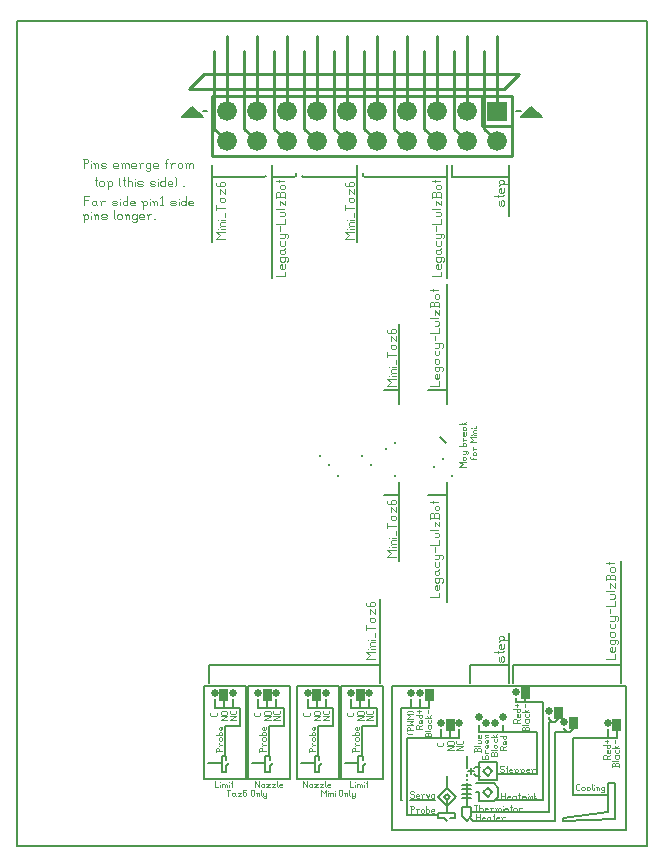
<source format=gbr>
G04 This is an RS-274x file exported by *
G04 gerbv version 2.7.0 *
G04 More information is available about gerbv at *
G04 http://gerbv.geda-project.org/ *
G04 --End of header info--*
%MOIN*%
%FSLAX36Y36*%
%IPPOS*%
G04 --Define apertures--*
%ADD10C,0.0001*%
%ADD11C,0.0100*%
%ADD12C,0.0060*%
%ADD13C,0.0030*%
%ADD14C,0.0022*%
%ADD15C,0.0027*%
%ADD16C,0.0038*%
%ADD17C,0.0021*%
%ADD18C,0.0026*%
%ADD19C,0.0022*%
%ADD20C,0.0021*%
%ADD21C,0.0260*%
%ADD22C,0.0660*%
%ADD23C,0.0380*%
G04 --Start main section--*
G54D10*
G36*
G01X1985000Y0435000D02*
G01X1985000Y0475000D01*
G01X2015000Y0475000D01*
G01X2015000Y0435000D01*
G01X1985000Y0435000D01*
G37*
G36*
G01X1840000Y0440000D02*
G01X1840000Y0480000D01*
G01X1870000Y0480000D01*
G01X1870000Y0440000D01*
G01X1840000Y0440000D01*
G37*
G36*
G01X1790000Y0475000D02*
G01X1790000Y0515000D01*
G01X1820000Y0515000D01*
G01X1820000Y0475000D01*
G01X1790000Y0475000D01*
G37*
G36*
G01X1680000Y0540000D02*
G01X1680000Y0580000D01*
G01X1710000Y0580000D01*
G01X1710000Y0540000D01*
G01X1680000Y0540000D01*
G37*
G36*
G01X1430000Y0435000D02*
G01X1430000Y0475000D01*
G01X1460000Y0475000D01*
G01X1460000Y0435000D01*
G01X1430000Y0435000D01*
G37*
G36*
G01X0550000Y2480000D02*
G01X0585000Y2515000D01*
G01X0620000Y2480000D01*
G01X0550000Y2480000D01*
G37*
G36*
G01X1680000Y2480000D02*
G01X1715000Y2515000D01*
G01X1750000Y2480000D01*
G01X1680000Y2480000D01*
G37*
G36*
G01X1360000Y0535000D02*
G01X1360000Y0575000D01*
G01X1390000Y0575000D01*
G01X1390000Y0535000D01*
G01X1360000Y0535000D01*
G37*
G36*
G01X0820000Y0535000D02*
G01X0820000Y0575000D01*
G01X0850000Y0575000D01*
G01X0850000Y0535000D01*
G01X0820000Y0535000D01*
G37*
G36*
G01X0675000Y0535000D02*
G01X0675000Y0575000D01*
G01X0705000Y0575000D01*
G01X0705000Y0535000D01*
G01X0675000Y0535000D01*
G37*
G36*
G01X0985000Y0535000D02*
G01X0985000Y0575000D01*
G01X1015000Y0575000D01*
G01X1015000Y0535000D01*
G01X0985000Y0535000D01*
G37*
G36*
G01X1130000Y0535000D02*
G01X1130000Y0575000D01*
G01X1160000Y0575000D01*
G01X1160000Y0535000D01*
G01X1130000Y0535000D01*
G37*
G54D11*
G01X0900000Y2400000D02*
G01X0857500Y2442500D01*
G01X0800000Y2400000D02*
G01X0757500Y2442500D01*
G01X0900000Y2500000D02*
G01X0900000Y2750000D01*
G01X0857500Y2442500D02*
G01X0857500Y2700000D01*
G01X0800000Y2500000D02*
G01X0800000Y2750000D01*
G01X0757500Y2442500D02*
G01X0757500Y2700000D01*
G01X0700000Y2500000D02*
G01X0700000Y2750000D01*
G54D12*
G01X0640000Y0655000D02*
G01X0640000Y0595000D01*
G54D11*
G01X0700000Y2400000D02*
G01X0657500Y2442500D01*
G54D12*
G01X0650000Y2280000D02*
G01X0825000Y2280000D01*
G01X0640000Y0655000D02*
G01X1210000Y0655000D01*
G54D11*
G01X0657500Y2442500D02*
G01X0657500Y2700000D01*
G01X0625000Y2625000D02*
G01X0575000Y2575000D01*
G54D12*
G01X0620000Y2480000D02*
G01X0585000Y2515000D01*
G01X0635000Y2500000D02*
G01X0620000Y2500000D01*
G01X0585000Y2515000D02*
G01X0550000Y2480000D01*
G01X0550000Y2480000D02*
G01X0620000Y2480000D01*
G01X1410000Y1415000D02*
G01X1430000Y1395000D01*
G01X1435000Y0865000D02*
G01X1435000Y1265000D01*
G01X1435000Y1925000D02*
G01X1435000Y1525000D01*
G01X1370000Y1570000D02*
G01X1435000Y1570000D01*
G01X1225000Y1570000D02*
G01X1275000Y1570000D01*
G01X1275000Y1000000D02*
G01X1275000Y1265000D01*
G01X1275000Y1790000D02*
G01X1275000Y1525000D01*
G01X1210000Y0595000D02*
G01X1210000Y0875000D01*
G01X1435000Y1220000D02*
G01X1370000Y1220000D01*
G01X1275000Y1220000D02*
G01X1225000Y1220000D01*
G01X1640000Y0655000D02*
G01X1510000Y0655000D01*
G01X1510000Y0655000D02*
G01X1510000Y0595000D01*
G01X1640000Y0595000D02*
G01X1640000Y0760000D01*
G01X2015000Y1000000D02*
G01X2015000Y0595000D01*
G01X2015000Y0655000D02*
G01X1655000Y0655000D01*
G01X1655000Y0655000D02*
G01X1655000Y0595000D01*
G54D11*
G01X1300000Y2400000D02*
G01X1257500Y2442500D01*
G01X1257500Y2442500D02*
G01X1257500Y2700000D01*
G01X1200000Y2500000D02*
G01X1200000Y2750000D01*
G01X1157500Y2442500D02*
G01X1157500Y2700000D01*
G01X1100000Y2500000D02*
G01X1100000Y2750000D01*
G01X1200000Y2400000D02*
G01X1157500Y2442500D01*
G01X1100000Y2400000D02*
G01X1057500Y2442500D01*
G01X1000000Y2400000D02*
G01X0957500Y2442500D01*
G54D12*
G01X1155000Y2295000D02*
G01X1155000Y2285000D01*
G01X1155000Y2285000D02*
G01X1160000Y2280000D01*
G01X1160000Y2280000D02*
G01X1435000Y2280000D01*
G01X1135000Y2280000D02*
G01X0955000Y2280000D01*
G54D11*
G01X1457500Y2442500D02*
G01X1457500Y2700000D01*
G01X1400000Y2500000D02*
G01X1400000Y2750000D01*
G01X1357500Y2442500D02*
G01X1357500Y2700000D01*
G01X1300000Y2500000D02*
G01X1300000Y2750000D01*
G54D12*
G01X1450000Y2320000D02*
G01X1450000Y2280000D01*
G54D11*
G01X1600000Y2500000D02*
G01X1600000Y2750000D01*
G01X1557500Y2442500D02*
G01X1557500Y2700000D01*
G01X1500000Y2500000D02*
G01X1500000Y2750000D01*
G01X1675000Y2625000D02*
G01X1625000Y2575000D01*
G54D12*
G01X1750000Y2480000D02*
G01X1715000Y2515000D01*
G01X1715000Y2515000D02*
G01X1680000Y2480000D01*
G01X1680000Y2500000D02*
G01X1665000Y2500000D01*
G54D11*
G01X1057500Y2442500D02*
G01X1057500Y2700000D01*
G01X1000000Y2500000D02*
G01X1000000Y2750000D01*
G01X0957500Y2442500D02*
G01X0957500Y2700000D01*
G01X0575000Y2575000D02*
G01X1625000Y2575000D01*
G01X1675000Y2625000D02*
G01X0625000Y2625000D01*
G01X1600000Y2400000D02*
G01X1557500Y2442500D01*
G01X1500000Y2400000D02*
G01X1457500Y2442500D01*
G01X1400000Y2400000D02*
G01X1357500Y2442500D01*
G54D12*
G01X1680000Y2480000D02*
G01X1750000Y2480000D01*
G01X1450000Y2280000D02*
G01X1640000Y2280000D01*
G01X1640000Y2280000D02*
G01X1640000Y2320000D01*
G01X1640000Y2320000D02*
G01X1640000Y2150000D01*
G01X1435000Y2320000D02*
G01X1435000Y1945000D01*
G01X0850000Y2280000D02*
G01X0925000Y2280000D01*
G01X0925000Y2280000D02*
G01X0930000Y2285000D01*
G01X0930000Y2285000D02*
G01X0930000Y2295000D01*
G01X0850000Y2320000D02*
G01X0850000Y1945000D01*
G01X0825000Y2280000D02*
G01X0830000Y2285000D01*
G01X0650000Y2320000D02*
G01X0650000Y2065000D01*
G01X0950000Y2285000D02*
G01X0955000Y2280000D01*
G01X1135000Y2320000D02*
G01X1135000Y2065000D01*
G54D13*
G01X1377700Y1585000D02*
G01X1408500Y1585000D01*
G01X1408500Y1600400D02*
G01X1408500Y1585000D01*
G01X1408500Y1625040D02*
G01X1408500Y1613490D01*
G01X1404650Y1609640D02*
G01X1408500Y1613490D01*
G01X1396950Y1609640D02*
G01X1404650Y1609640D01*
G01X1396950Y1609640D02*
G01X1393100Y1613490D01*
G01X1393100Y1621190D02*
G01X1393100Y1613490D01*
G01X1393100Y1621190D02*
G01X1396950Y1625040D01*
G01X1400800Y1625040D02*
G01X1400800Y1609640D01*
G01X1396950Y1625040D02*
G01X1400800Y1625040D01*
G01X1393100Y1645830D02*
G01X1396950Y1649680D01*
G01X1393100Y1645830D02*
G01X1393100Y1638130D01*
G01X1396950Y1634280D02*
G01X1393100Y1638130D01*
G01X1396950Y1634280D02*
G01X1404650Y1634280D01*
G01X1404650Y1634280D02*
G01X1408500Y1638130D01*
G01X1408500Y1645830D02*
G01X1408500Y1638130D01*
G01X1408500Y1645830D02*
G01X1404650Y1649680D01*
G01X1416200Y1634280D02*
G01X1420050Y1638130D01*
G01X1420050Y1645830D02*
G01X1420050Y1638130D01*
G01X1420050Y1645830D02*
G01X1416200Y1649680D01*
G01X1393100Y1649680D02*
G01X1416200Y1649680D01*
G01X1393100Y1670470D02*
G01X1396950Y1674320D01*
G01X1393100Y1670470D02*
G01X1393100Y1662770D01*
G01X1396950Y1658920D02*
G01X1393100Y1662770D01*
G01X1396950Y1658920D02*
G01X1404650Y1658920D01*
G01X1404650Y1658920D02*
G01X1408500Y1662770D01*
G01X1393100Y1674320D02*
G01X1404650Y1674320D01*
G01X1404650Y1674320D02*
G01X1408500Y1678170D01*
G01X1408500Y1670470D02*
G01X1408500Y1662770D01*
G01X1408500Y1670470D02*
G01X1404650Y1674320D01*
G01X1393100Y1702810D02*
G01X1393100Y1691260D01*
G01X1396950Y1687410D02*
G01X1393100Y1691260D01*
G01X1396950Y1687410D02*
G01X1404650Y1687410D01*
G01X1404650Y1687410D02*
G01X1408500Y1691260D01*
G01X1408500Y1702810D02*
G01X1408500Y1691260D01*
G01X1393100Y1712050D02*
G01X1404650Y1712050D01*
G01X1404650Y1712050D02*
G01X1408500Y1715900D01*
G01X1393100Y1727450D02*
G01X1416200Y1727450D01*
G01X1420050Y1723600D02*
G01X1416200Y1727450D01*
G01X1420050Y1723600D02*
G01X1420050Y1715900D01*
G01X1416200Y1712050D02*
G01X1420050Y1715900D01*
G01X1408500Y1723600D02*
G01X1408500Y1715900D01*
G01X1408500Y1723600D02*
G01X1404650Y1727450D01*
G01X1393100Y1752090D02*
G01X1393100Y1736690D01*
G01X1377700Y1761330D02*
G01X1408500Y1761330D01*
G01X1408500Y1776730D02*
G01X1408500Y1761330D01*
G01X1393100Y1785970D02*
G01X1404650Y1785970D01*
G01X1404650Y1785970D02*
G01X1408500Y1789820D01*
G01X1408500Y1797520D02*
G01X1408500Y1789820D01*
G01X1408500Y1797520D02*
G01X1404650Y1801370D01*
G01X1393100Y1801370D02*
G01X1404650Y1801370D01*
G01X1377700Y1810610D02*
G01X1404650Y1810610D01*
G01X1404650Y1810610D02*
G01X1408500Y1814460D01*
G01X1393100Y1837560D02*
G01X1393100Y1822160D01*
G01X1408500Y1822160D02*
G01X1393100Y1837560D01*
G01X1408500Y1837560D02*
G01X1408500Y1822160D01*
G01X1408500Y1862200D02*
G01X1408500Y1846800D01*
G01X1408500Y1862200D02*
G01X1404650Y1866050D01*
G01X1395410Y1866050D02*
G01X1404650Y1866050D01*
G01X1391560Y1862200D02*
G01X1395410Y1866050D01*
G01X1391560Y1862200D02*
G01X1391560Y1850650D01*
G01X1377700Y1850650D02*
G01X1408500Y1850650D01*
G01X1377700Y1862200D02*
G01X1377700Y1846800D01*
G01X1377700Y1862200D02*
G01X1381550Y1866050D01*
G01X1381550Y1866050D02*
G01X1387710Y1866050D01*
G01X1391560Y1862200D02*
G01X1387710Y1866050D01*
G01X1396950Y1875290D02*
G01X1404650Y1875290D01*
G01X1396950Y1875290D02*
G01X1393100Y1879140D01*
G01X1393100Y1886840D02*
G01X1393100Y1879140D01*
G01X1393100Y1886840D02*
G01X1396950Y1890690D01*
G01X1396950Y1890690D02*
G01X1404650Y1890690D01*
G01X1408500Y1886840D02*
G01X1404650Y1890690D01*
G01X1408500Y1886840D02*
G01X1408500Y1879140D01*
G01X1404650Y1875290D02*
G01X1408500Y1879140D01*
G01X1377700Y1903780D02*
G01X1404650Y1903780D01*
G01X1404650Y1903780D02*
G01X1408500Y1907630D01*
G01X1389250Y1907630D02*
G01X1389250Y1899930D01*
G01X1377700Y0880000D02*
G01X1408500Y0880000D01*
G01X1408500Y0895400D02*
G01X1408500Y0880000D01*
G01X1408500Y0920040D02*
G01X1408500Y0908490D01*
G01X1404650Y0904640D02*
G01X1408500Y0908490D01*
G01X1396950Y0904640D02*
G01X1404650Y0904640D01*
G01X1396950Y0904640D02*
G01X1393100Y0908490D01*
G01X1393100Y0916190D02*
G01X1393100Y0908490D01*
G01X1393100Y0916190D02*
G01X1396950Y0920040D01*
G01X1400800Y0920040D02*
G01X1400800Y0904640D01*
G01X1396950Y0920040D02*
G01X1400800Y0920040D01*
G01X1393100Y0940830D02*
G01X1396950Y0944680D01*
G01X1393100Y0940830D02*
G01X1393100Y0933130D01*
G01X1396950Y0929280D02*
G01X1393100Y0933130D01*
G01X1396950Y0929280D02*
G01X1404650Y0929280D01*
G01X1404650Y0929280D02*
G01X1408500Y0933130D01*
G01X1408500Y0940830D02*
G01X1408500Y0933130D01*
G01X1408500Y0940830D02*
G01X1404650Y0944680D01*
G01X1416200Y0929280D02*
G01X1420050Y0933130D01*
G01X1420050Y0940830D02*
G01X1420050Y0933130D01*
G01X1420050Y0940830D02*
G01X1416200Y0944680D01*
G01X1393100Y0944680D02*
G01X1416200Y0944680D01*
G01X1393100Y0965470D02*
G01X1396950Y0969320D01*
G01X1393100Y0965470D02*
G01X1393100Y0957770D01*
G01X1396950Y0953920D02*
G01X1393100Y0957770D01*
G01X1396950Y0953920D02*
G01X1404650Y0953920D01*
G01X1404650Y0953920D02*
G01X1408500Y0957770D01*
G01X1393100Y0969320D02*
G01X1404650Y0969320D01*
G01X1404650Y0969320D02*
G01X1408500Y0973170D01*
G01X1408500Y0965470D02*
G01X1408500Y0957770D01*
G01X1408500Y0965470D02*
G01X1404650Y0969320D01*
G01X1393100Y0997810D02*
G01X1393100Y0986260D01*
G01X1396950Y0982410D02*
G01X1393100Y0986260D01*
G01X1396950Y0982410D02*
G01X1404650Y0982410D01*
G01X1404650Y0982410D02*
G01X1408500Y0986260D01*
G01X1408500Y0997810D02*
G01X1408500Y0986260D01*
G01X1393100Y1007050D02*
G01X1404650Y1007050D01*
G01X1404650Y1007050D02*
G01X1408500Y1010900D01*
G01X1393100Y1022450D02*
G01X1416200Y1022450D01*
G01X1420050Y1018600D02*
G01X1416200Y1022450D01*
G01X1420050Y1018600D02*
G01X1420050Y1010900D01*
G01X1416200Y1007050D02*
G01X1420050Y1010900D01*
G01X1408500Y1018600D02*
G01X1408500Y1010900D01*
G01X1408500Y1018600D02*
G01X1404650Y1022450D01*
G01X1393100Y1047090D02*
G01X1393100Y1031690D01*
G01X1377700Y1056330D02*
G01X1408500Y1056330D01*
G01X1408500Y1071730D02*
G01X1408500Y1056330D01*
G01X1393100Y1080970D02*
G01X1404650Y1080970D01*
G01X1404650Y1080970D02*
G01X1408500Y1084820D01*
G01X1408500Y1092520D02*
G01X1408500Y1084820D01*
G01X1408500Y1092520D02*
G01X1404650Y1096370D01*
G01X1393100Y1096370D02*
G01X1404650Y1096370D01*
G01X1377700Y1105610D02*
G01X1404650Y1105610D01*
G01X1404650Y1105610D02*
G01X1408500Y1109460D01*
G01X1393100Y1132560D02*
G01X1393100Y1117160D01*
G01X1408500Y1117160D02*
G01X1393100Y1132560D01*
G01X1408500Y1132560D02*
G01X1408500Y1117160D01*
G01X1408500Y1157200D02*
G01X1408500Y1141800D01*
G01X1408500Y1157200D02*
G01X1404650Y1161050D01*
G01X1395410Y1161050D02*
G01X1404650Y1161050D01*
G01X1391560Y1157200D02*
G01X1395410Y1161050D01*
G01X1391560Y1157200D02*
G01X1391560Y1145650D01*
G01X1377700Y1145650D02*
G01X1408500Y1145650D01*
G01X1377700Y1157200D02*
G01X1377700Y1141800D01*
G01X1377700Y1157200D02*
G01X1381550Y1161050D01*
G01X1381550Y1161050D02*
G01X1387710Y1161050D01*
G01X1391560Y1157200D02*
G01X1387710Y1161050D01*
G01X1396950Y1170290D02*
G01X1404650Y1170290D01*
G01X1396950Y1170290D02*
G01X1393100Y1174140D01*
G01X1393100Y1181840D02*
G01X1393100Y1174140D01*
G01X1393100Y1181840D02*
G01X1396950Y1185690D01*
G01X1396950Y1185690D02*
G01X1404650Y1185690D01*
G01X1408500Y1181840D02*
G01X1404650Y1185690D01*
G01X1408500Y1181840D02*
G01X1408500Y1174140D01*
G01X1404650Y1170290D02*
G01X1408500Y1174140D01*
G01X1377700Y1198780D02*
G01X1404650Y1198780D01*
G01X1404650Y1198780D02*
G01X1408500Y1202630D01*
G01X1389250Y1202630D02*
G01X1389250Y1194930D01*
G54D14*
G01X1475400Y1315000D02*
G01X1497000Y1315000D01*
G01X1475400Y1315000D02*
G01X1486200Y1323100D01*
G01X1486200Y1323100D02*
G01X1475400Y1331200D01*
G01X1475400Y1331200D02*
G01X1497000Y1331200D01*
G01X1486200Y1345780D02*
G01X1488900Y1348480D01*
G01X1486200Y1345780D02*
G01X1486200Y1340380D01*
G01X1488900Y1337680D02*
G01X1486200Y1340380D01*
G01X1488900Y1337680D02*
G01X1494300Y1337680D01*
G01X1494300Y1337680D02*
G01X1497000Y1340380D01*
G01X1486200Y1348480D02*
G01X1494300Y1348480D01*
G01X1494300Y1348480D02*
G01X1497000Y1351180D01*
G01X1497000Y1345780D02*
G01X1497000Y1340380D01*
G01X1497000Y1345780D02*
G01X1494300Y1348480D01*
G01X1486200Y1357660D02*
G01X1494300Y1357660D01*
G01X1494300Y1357660D02*
G01X1497000Y1360360D01*
G01X1486200Y1368460D02*
G01X1502400Y1368460D01*
G01X1505100Y1365760D02*
G01X1502400Y1368460D01*
G01X1505100Y1365760D02*
G01X1505100Y1360360D01*
G01X1502400Y1357660D02*
G01X1505100Y1360360D01*
G01X1497000Y1365760D02*
G01X1497000Y1360360D01*
G01X1497000Y1365760D02*
G01X1494300Y1368460D01*
G01X1475400Y1384660D02*
G01X1497000Y1384660D01*
G01X1494300Y1384660D02*
G01X1497000Y1387360D01*
G01X1497000Y1392760D02*
G01X1497000Y1387360D01*
G01X1497000Y1392760D02*
G01X1494300Y1395460D01*
G01X1488900Y1395460D02*
G01X1494300Y1395460D01*
G01X1486200Y1392760D02*
G01X1488900Y1395460D01*
G01X1486200Y1392760D02*
G01X1486200Y1387360D01*
G01X1488900Y1384660D02*
G01X1486200Y1387360D01*
G01X1488900Y1404640D02*
G01X1497000Y1404640D01*
G01X1488900Y1404640D02*
G01X1486200Y1407340D01*
G01X1486200Y1412740D02*
G01X1486200Y1407340D01*
G01X1486200Y1401940D02*
G01X1488900Y1404640D01*
G01X1497000Y1430020D02*
G01X1497000Y1421920D01*
G01X1494300Y1419220D02*
G01X1497000Y1421920D01*
G01X1488900Y1419220D02*
G01X1494300Y1419220D01*
G01X1488900Y1419220D02*
G01X1486200Y1421920D01*
G01X1486200Y1427320D02*
G01X1486200Y1421920D01*
G01X1486200Y1427320D02*
G01X1488900Y1430020D01*
G01X1491600Y1430020D02*
G01X1491600Y1419220D01*
G01X1488900Y1430020D02*
G01X1491600Y1430020D01*
G01X1486200Y1444600D02*
G01X1488900Y1447300D01*
G01X1486200Y1444600D02*
G01X1486200Y1439200D01*
G01X1488900Y1436500D02*
G01X1486200Y1439200D01*
G01X1488900Y1436500D02*
G01X1494300Y1436500D01*
G01X1494300Y1436500D02*
G01X1497000Y1439200D01*
G01X1486200Y1447300D02*
G01X1494300Y1447300D01*
G01X1494300Y1447300D02*
G01X1497000Y1450000D01*
G01X1497000Y1444600D02*
G01X1497000Y1439200D01*
G01X1497000Y1444600D02*
G01X1494300Y1447300D01*
G01X1475400Y1456480D02*
G01X1497000Y1456480D01*
G01X1488900Y1456480D02*
G01X1497000Y1464580D01*
G01X1488900Y1456480D02*
G01X1483500Y1461880D01*
G01X1513100Y1342700D02*
G01X1532000Y1342700D01*
G01X1513100Y1342700D02*
G01X1510400Y1345400D01*
G01X1510400Y1348100D02*
G01X1510400Y1345400D01*
G01X1521200Y1345400D02*
G01X1521200Y1340000D01*
G01X1523900Y1353500D02*
G01X1529300Y1353500D01*
G01X1523900Y1353500D02*
G01X1521200Y1356200D01*
G01X1521200Y1361600D02*
G01X1521200Y1356200D01*
G01X1521200Y1361600D02*
G01X1523900Y1364300D01*
G01X1523900Y1364300D02*
G01X1529300Y1364300D01*
G01X1532000Y1361600D02*
G01X1529300Y1364300D01*
G01X1532000Y1361600D02*
G01X1532000Y1356200D01*
G01X1529300Y1353500D02*
G01X1532000Y1356200D01*
G01X1523900Y1373480D02*
G01X1532000Y1373480D01*
G01X1523900Y1373480D02*
G01X1521200Y1376180D01*
G01X1521200Y1381580D02*
G01X1521200Y1376180D01*
G01X1521200Y1370780D02*
G01X1523900Y1373480D01*
G01X1510400Y1397780D02*
G01X1532000Y1397780D01*
G01X1510400Y1397780D02*
G01X1521200Y1405880D01*
G01X1521200Y1405880D02*
G01X1510400Y1413980D01*
G01X1510400Y1413980D02*
G01X1532000Y1413980D01*
G54D15*
G01X1515800Y1420460D02*
G01X1516340Y1420460D01*
G54D14*
G01X1523900Y1420460D02*
G01X1532000Y1420460D01*
G01X1523900Y1428560D02*
G01X1532000Y1428560D01*
G01X1523900Y1428560D02*
G01X1521200Y1431260D01*
G01X1521200Y1433960D02*
G01X1521200Y1431260D01*
G01X1521200Y1433960D02*
G01X1523900Y1436660D01*
G01X1523900Y1436660D02*
G01X1532000Y1436660D01*
G01X1521200Y1425860D02*
G01X1523900Y1428560D01*
G54D15*
G01X1515800Y1443140D02*
G01X1516340Y1443140D01*
G54D14*
G01X1523900Y1443140D02*
G01X1532000Y1443140D01*
G01X1532000Y1451240D02*
G01X1532000Y1448540D01*
G54D13*
G01X1232700Y1015000D02*
G01X1263500Y1015000D01*
G01X1232700Y1015000D02*
G01X1248100Y1026550D01*
G01X1248100Y1026550D02*
G01X1232700Y1038100D01*
G01X1232700Y1038100D02*
G01X1263500Y1038100D01*
G54D16*
G01X1240400Y1047340D02*
G01X1241170Y1047340D01*
G54D13*
G01X1251950Y1047340D02*
G01X1263500Y1047340D01*
G01X1251950Y1058890D02*
G01X1263500Y1058890D01*
G01X1251950Y1058890D02*
G01X1248100Y1062740D01*
G01X1248100Y1066590D02*
G01X1248100Y1062740D01*
G01X1248100Y1066590D02*
G01X1251950Y1070440D01*
G01X1251950Y1070440D02*
G01X1263500Y1070440D01*
G01X1248100Y1055040D02*
G01X1251950Y1058890D01*
G54D16*
G01X1240400Y1079680D02*
G01X1241170Y1079680D01*
G54D13*
G01X1251950Y1079680D02*
G01X1263500Y1079680D01*
G01X1263500Y1102780D02*
G01X1263500Y1087380D01*
G01X1232700Y1127420D02*
G01X1232700Y1112020D01*
G01X1232700Y1119720D02*
G01X1263500Y1119720D01*
G01X1248100Y1148210D02*
G01X1251950Y1152060D01*
G01X1248100Y1148210D02*
G01X1248100Y1140510D01*
G01X1251950Y1136660D02*
G01X1248100Y1140510D01*
G01X1251950Y1136660D02*
G01X1259650Y1136660D01*
G01X1259650Y1136660D02*
G01X1263500Y1140510D01*
G01X1248100Y1152060D02*
G01X1259650Y1152060D01*
G01X1259650Y1152060D02*
G01X1263500Y1155910D01*
G01X1263500Y1148210D02*
G01X1263500Y1140510D01*
G01X1263500Y1148210D02*
G01X1259650Y1152060D01*
G01X1248100Y1180550D02*
G01X1248100Y1165150D01*
G01X1263500Y1165150D02*
G01X1248100Y1180550D01*
G01X1263500Y1180550D02*
G01X1263500Y1165150D01*
G01X1232700Y1201340D02*
G01X1236550Y1205190D01*
G01X1232700Y1201340D02*
G01X1232700Y1193640D01*
G01X1236550Y1189790D02*
G01X1232700Y1193640D01*
G01X1236550Y1189790D02*
G01X1259650Y1189790D01*
G01X1259650Y1189790D02*
G01X1263500Y1193640D01*
G01X1246560Y1201340D02*
G01X1250410Y1205190D01*
G01X1246560Y1201340D02*
G01X1246560Y1189790D01*
G01X1263500Y1201340D02*
G01X1263500Y1193640D01*
G01X1263500Y1201340D02*
G01X1259650Y1205190D01*
G01X1250410Y1205190D02*
G01X1259650Y1205190D01*
G54D17*
G01X1015000Y0239700D02*
G01X1015000Y0218500D01*
G01X1015000Y0239700D02*
G01X1022950Y0229100D01*
G01X1022950Y0229100D02*
G01X1030900Y0239700D01*
G01X1030900Y0239700D02*
G01X1030900Y0218500D01*
G54D18*
G01X1037260Y0234400D02*
G01X1037260Y0233870D01*
G54D17*
G01X1037260Y0226450D02*
G01X1037260Y0218500D01*
G01X1045210Y0226450D02*
G01X1045210Y0218500D01*
G01X1045210Y0226450D02*
G01X1047860Y0229100D01*
G01X1047860Y0229100D02*
G01X1050510Y0229100D01*
G01X1050510Y0229100D02*
G01X1053160Y0226450D01*
G01X1053160Y0226450D02*
G01X1053160Y0218500D01*
G01X1042560Y0229100D02*
G01X1045210Y0226450D01*
G54D18*
G01X1059520Y0234400D02*
G01X1059520Y0233870D01*
G54D17*
G01X1059520Y0226450D02*
G01X1059520Y0218500D01*
G01X1074360Y0237050D02*
G01X1074360Y0221150D01*
G01X1074360Y0237050D02*
G01X1077010Y0239700D01*
G01X1077010Y0239700D02*
G01X1082310Y0239700D01*
G01X1082310Y0239700D02*
G01X1084960Y0237050D01*
G01X1084960Y0237050D02*
G01X1084960Y0221150D01*
G01X1082310Y0218500D02*
G01X1084960Y0221150D01*
G01X1077010Y0218500D02*
G01X1082310Y0218500D01*
G01X1074360Y0221150D02*
G01X1077010Y0218500D01*
G01X1093970Y0226450D02*
G01X1093970Y0218500D01*
G01X1093970Y0226450D02*
G01X1096620Y0229100D01*
G01X1096620Y0229100D02*
G01X1099270Y0229100D01*
G01X1099270Y0229100D02*
G01X1101920Y0226450D01*
G01X1101920Y0226450D02*
G01X1101920Y0218500D01*
G01X1091320Y0229100D02*
G01X1093970Y0226450D01*
G01X1108280Y0239700D02*
G01X1108280Y0221150D01*
G01X1108280Y0221150D02*
G01X1110930Y0218500D01*
G01X1116230Y0229100D02*
G01X1116230Y0221150D01*
G01X1116230Y0221150D02*
G01X1118880Y0218500D01*
G01X1126830Y0229100D02*
G01X1126830Y0213200D01*
G01X1124180Y0210550D02*
G01X1126830Y0213200D01*
G01X1118880Y0210550D02*
G01X1124180Y0210550D01*
G01X1116230Y0213200D02*
G01X1118880Y0210550D01*
G01X1118880Y0218500D02*
G01X1124180Y0218500D01*
G01X1124180Y0218500D02*
G01X1126830Y0221150D01*
G54D14*
G01X1110000Y0269600D02*
G01X1110000Y0248000D01*
G01X1110000Y0248000D02*
G01X1120800Y0248000D01*
G54D15*
G01X1127280Y0264200D02*
G01X1127280Y0263660D01*
G54D14*
G01X1127280Y0256100D02*
G01X1127280Y0248000D01*
G01X1135380Y0256100D02*
G01X1135380Y0248000D01*
G01X1135380Y0256100D02*
G01X1138080Y0258800D01*
G01X1138080Y0258800D02*
G01X1140780Y0258800D01*
G01X1140780Y0258800D02*
G01X1143480Y0256100D01*
G01X1143480Y0256100D02*
G01X1143480Y0248000D01*
G01X1143480Y0256100D02*
G01X1146180Y0258800D01*
G01X1146180Y0258800D02*
G01X1148880Y0258800D01*
G01X1148880Y0258800D02*
G01X1151580Y0256100D01*
G01X1151580Y0256100D02*
G01X1151580Y0248000D01*
G01X1132680Y0258800D02*
G01X1135380Y0256100D01*
G54D15*
G01X1158060Y0264200D02*
G01X1158060Y0263660D01*
G54D14*
G01X1158060Y0256100D02*
G01X1158060Y0248000D01*
G01X1166160Y0269600D02*
G01X1166160Y0250700D01*
G01X1166160Y0250700D02*
G01X1168860Y0248000D01*
G01X1163460Y0261500D02*
G01X1168860Y0261500D01*
G01X0955000Y0269600D02*
G01X0955000Y0248000D01*
G01X0955000Y0269600D02*
G01X0968500Y0248000D01*
G01X0968500Y0269600D02*
G01X0968500Y0248000D01*
G01X0974980Y0256100D02*
G01X0974980Y0250700D01*
G01X0974980Y0256100D02*
G01X0977680Y0258800D01*
G01X0977680Y0258800D02*
G01X0983080Y0258800D01*
G01X0983080Y0258800D02*
G01X0985780Y0256100D01*
G01X0985780Y0256100D02*
G01X0985780Y0250700D01*
G01X0983080Y0248000D02*
G01X0985780Y0250700D01*
G01X0977680Y0248000D02*
G01X0983080Y0248000D01*
G01X0974980Y0250700D02*
G01X0977680Y0248000D01*
G01X0992260Y0258800D02*
G01X1003060Y0258800D01*
G01X0992260Y0248000D02*
G01X1003060Y0258800D01*
G01X0992260Y0248000D02*
G01X1003060Y0248000D01*
G01X1009540Y0258800D02*
G01X1020340Y0258800D01*
G01X1009540Y0248000D02*
G01X1020340Y0258800D01*
G01X1009540Y0248000D02*
G01X1020340Y0248000D01*
G01X1026820Y0269600D02*
G01X1026820Y0250700D01*
G01X1026820Y0250700D02*
G01X1029520Y0248000D01*
G01X1037620Y0248000D02*
G01X1045720Y0248000D01*
G01X1034920Y0250700D02*
G01X1037620Y0248000D01*
G01X1034920Y0256100D02*
G01X1034920Y0250700D01*
G01X1034920Y0256100D02*
G01X1037620Y0258800D01*
G01X1037620Y0258800D02*
G01X1043020Y0258800D01*
G01X1043020Y0258800D02*
G01X1045720Y0256100D01*
G01X1034920Y0253400D02*
G01X1045720Y0253400D01*
G01X1045720Y0256100D02*
G01X1045720Y0253400D01*
G54D17*
G01X0700000Y0239700D02*
G01X0710600Y0239700D01*
G01X0705300Y0239700D02*
G01X0705300Y0218500D01*
G01X0724910Y0229100D02*
G01X0727560Y0226450D01*
G01X0719610Y0229100D02*
G01X0724910Y0229100D01*
G01X0716960Y0226450D02*
G01X0719610Y0229100D01*
G01X0716960Y0226450D02*
G01X0716960Y0221150D01*
G01X0716960Y0221150D02*
G01X0719610Y0218500D01*
G01X0727560Y0229100D02*
G01X0727560Y0221150D01*
G01X0727560Y0221150D02*
G01X0730210Y0218500D01*
G01X0719610Y0218500D02*
G01X0724910Y0218500D01*
G01X0724910Y0218500D02*
G01X0727560Y0221150D01*
G01X0736570Y0229100D02*
G01X0747170Y0229100D01*
G01X0736570Y0218500D02*
G01X0747170Y0229100D01*
G01X0736570Y0218500D02*
G01X0747170Y0218500D01*
G01X0761480Y0239700D02*
G01X0764130Y0237050D01*
G01X0756180Y0239700D02*
G01X0761480Y0239700D01*
G01X0753530Y0237050D02*
G01X0756180Y0239700D01*
G01X0753530Y0237050D02*
G01X0753530Y0221150D01*
G01X0753530Y0221150D02*
G01X0756180Y0218500D01*
G01X0761480Y0230160D02*
G01X0764130Y0227510D01*
G01X0753530Y0230160D02*
G01X0761480Y0230160D01*
G01X0756180Y0218500D02*
G01X0761480Y0218500D01*
G01X0761480Y0218500D02*
G01X0764130Y0221150D01*
G01X0764130Y0227510D02*
G01X0764130Y0221150D01*
G01X0780030Y0237050D02*
G01X0780030Y0221150D01*
G01X0780030Y0237050D02*
G01X0782680Y0239700D01*
G01X0782680Y0239700D02*
G01X0787980Y0239700D01*
G01X0787980Y0239700D02*
G01X0790630Y0237050D01*
G01X0790630Y0237050D02*
G01X0790630Y0221150D01*
G01X0787980Y0218500D02*
G01X0790630Y0221150D01*
G01X0782680Y0218500D02*
G01X0787980Y0218500D01*
G01X0780030Y0221150D02*
G01X0782680Y0218500D01*
G01X0799640Y0226450D02*
G01X0799640Y0218500D01*
G01X0799640Y0226450D02*
G01X0802290Y0229100D01*
G01X0802290Y0229100D02*
G01X0804940Y0229100D01*
G01X0804940Y0229100D02*
G01X0807590Y0226450D01*
G01X0807590Y0226450D02*
G01X0807590Y0218500D01*
G01X0796990Y0229100D02*
G01X0799640Y0226450D01*
G01X0813950Y0239700D02*
G01X0813950Y0221150D01*
G01X0813950Y0221150D02*
G01X0816600Y0218500D01*
G01X0821900Y0229100D02*
G01X0821900Y0221150D01*
G01X0821900Y0221150D02*
G01X0824550Y0218500D01*
G01X0832500Y0229100D02*
G01X0832500Y0213200D01*
G01X0829850Y0210550D02*
G01X0832500Y0213200D01*
G01X0824550Y0210550D02*
G01X0829850Y0210550D01*
G01X0821900Y0213200D02*
G01X0824550Y0210550D01*
G01X0824550Y0218500D02*
G01X0829850Y0218500D01*
G01X0829850Y0218500D02*
G01X0832500Y0221150D01*
G54D14*
G01X0660000Y0269600D02*
G01X0660000Y0248000D01*
G01X0660000Y0248000D02*
G01X0670800Y0248000D01*
G54D15*
G01X0677280Y0264200D02*
G01X0677280Y0263660D01*
G54D14*
G01X0677280Y0256100D02*
G01X0677280Y0248000D01*
G01X0685380Y0256100D02*
G01X0685380Y0248000D01*
G01X0685380Y0256100D02*
G01X0688080Y0258800D01*
G01X0688080Y0258800D02*
G01X0690780Y0258800D01*
G01X0690780Y0258800D02*
G01X0693480Y0256100D01*
G01X0693480Y0256100D02*
G01X0693480Y0248000D01*
G01X0693480Y0256100D02*
G01X0696180Y0258800D01*
G01X0696180Y0258800D02*
G01X0698880Y0258800D01*
G01X0698880Y0258800D02*
G01X0701580Y0256100D01*
G01X0701580Y0256100D02*
G01X0701580Y0248000D01*
G01X0682680Y0258800D02*
G01X0685380Y0256100D01*
G54D15*
G01X0708060Y0264200D02*
G01X0708060Y0263660D01*
G54D14*
G01X0708060Y0256100D02*
G01X0708060Y0248000D01*
G01X0716160Y0269600D02*
G01X0716160Y0250700D01*
G01X0716160Y0250700D02*
G01X0718860Y0248000D01*
G01X0713460Y0261500D02*
G01X0718860Y0261500D01*
G01X0795000Y0269600D02*
G01X0795000Y0248000D01*
G01X0795000Y0269600D02*
G01X0808500Y0248000D01*
G01X0808500Y0269600D02*
G01X0808500Y0248000D01*
G01X0814980Y0256100D02*
G01X0814980Y0250700D01*
G01X0814980Y0256100D02*
G01X0817680Y0258800D01*
G01X0817680Y0258800D02*
G01X0823080Y0258800D01*
G01X0823080Y0258800D02*
G01X0825780Y0256100D01*
G01X0825780Y0256100D02*
G01X0825780Y0250700D01*
G01X0823080Y0248000D02*
G01X0825780Y0250700D01*
G01X0817680Y0248000D02*
G01X0823080Y0248000D01*
G01X0814980Y0250700D02*
G01X0817680Y0248000D01*
G01X0832260Y0258800D02*
G01X0843060Y0258800D01*
G01X0832260Y0248000D02*
G01X0843060Y0258800D01*
G01X0832260Y0248000D02*
G01X0843060Y0248000D01*
G01X0849540Y0258800D02*
G01X0860340Y0258800D01*
G01X0849540Y0248000D02*
G01X0860340Y0258800D01*
G01X0849540Y0248000D02*
G01X0860340Y0248000D01*
G01X0866820Y0269600D02*
G01X0866820Y0250700D01*
G01X0866820Y0250700D02*
G01X0869520Y0248000D01*
G01X0877620Y0248000D02*
G01X0885720Y0248000D01*
G01X0874920Y0250700D02*
G01X0877620Y0248000D01*
G01X0874920Y0256100D02*
G01X0874920Y0250700D01*
G01X0874920Y0256100D02*
G01X0877620Y0258800D01*
G01X0877620Y0258800D02*
G01X0883020Y0258800D01*
G01X0883020Y0258800D02*
G01X0885720Y0256100D01*
G01X0874920Y0253400D02*
G01X0885720Y0253400D01*
G01X0885720Y0256100D02*
G01X0885720Y0253400D01*
G54D13*
G01X1162700Y0675000D02*
G01X1193500Y0675000D01*
G01X1162700Y0675000D02*
G01X1178100Y0686550D01*
G01X1178100Y0686550D02*
G01X1162700Y0698100D01*
G01X1162700Y0698100D02*
G01X1193500Y0698100D01*
G54D16*
G01X1170400Y0707340D02*
G01X1171170Y0707340D01*
G54D13*
G01X1181950Y0707340D02*
G01X1193500Y0707340D01*
G01X1181950Y0718890D02*
G01X1193500Y0718890D01*
G01X1181950Y0718890D02*
G01X1178100Y0722740D01*
G01X1178100Y0726590D02*
G01X1178100Y0722740D01*
G01X1178100Y0726590D02*
G01X1181950Y0730440D01*
G01X1181950Y0730440D02*
G01X1193500Y0730440D01*
G01X1178100Y0715040D02*
G01X1181950Y0718890D01*
G54D16*
G01X1170400Y0739680D02*
G01X1171170Y0739680D01*
G54D13*
G01X1181950Y0739680D02*
G01X1193500Y0739680D01*
G01X1193500Y0762780D02*
G01X1193500Y0747380D01*
G01X1162700Y0787420D02*
G01X1162700Y0772020D01*
G01X1162700Y0779720D02*
G01X1193500Y0779720D01*
G01X1178100Y0808210D02*
G01X1181950Y0812060D01*
G01X1178100Y0808210D02*
G01X1178100Y0800510D01*
G01X1181950Y0796660D02*
G01X1178100Y0800510D01*
G01X1181950Y0796660D02*
G01X1189650Y0796660D01*
G01X1189650Y0796660D02*
G01X1193500Y0800510D01*
G01X1178100Y0812060D02*
G01X1189650Y0812060D01*
G01X1189650Y0812060D02*
G01X1193500Y0815910D01*
G01X1193500Y0808210D02*
G01X1193500Y0800510D01*
G01X1193500Y0808210D02*
G01X1189650Y0812060D01*
G01X1178100Y0840550D02*
G01X1178100Y0825150D01*
G01X1193500Y0825150D02*
G01X1178100Y0840550D01*
G01X1193500Y0840550D02*
G01X1193500Y0825150D01*
G01X1162700Y0861340D02*
G01X1166550Y0865190D01*
G01X1162700Y0861340D02*
G01X1162700Y0853640D01*
G01X1166550Y0849790D02*
G01X1162700Y0853640D01*
G01X1166550Y0849790D02*
G01X1189650Y0849790D01*
G01X1189650Y0849790D02*
G01X1193500Y0853640D01*
G01X1176560Y0861340D02*
G01X1180410Y0865190D01*
G01X1176560Y0861340D02*
G01X1176560Y0849790D01*
G01X1193500Y0861340D02*
G01X1193500Y0853640D01*
G01X1193500Y0861340D02*
G01X1189650Y0865190D01*
G01X1180410Y0865190D02*
G01X1189650Y0865190D01*
G01X1623000Y0680200D02*
G01X1623000Y0668800D01*
G01X1623000Y0680200D02*
G01X1619200Y0684000D01*
G01X1615400Y0680200D02*
G01X1619200Y0684000D01*
G01X1615400Y0680200D02*
G01X1615400Y0668800D01*
G01X1611600Y0665000D02*
G01X1615400Y0668800D01*
G01X1611600Y0665000D02*
G01X1607800Y0668800D01*
G01X1607800Y0680200D02*
G01X1607800Y0668800D01*
G01X1607800Y0680200D02*
G01X1611600Y0684000D01*
G01X1619200Y0665000D02*
G01X1623000Y0668800D01*
G01X1592600Y0696920D02*
G01X1619200Y0696920D01*
G01X1619200Y0696920D02*
G01X1623000Y0700720D01*
G01X1604000Y0700720D02*
G01X1604000Y0693120D01*
G01X1623000Y0723520D02*
G01X1623000Y0712120D01*
G01X1619200Y0708320D02*
G01X1623000Y0712120D01*
G01X1611600Y0708320D02*
G01X1619200Y0708320D01*
G01X1611600Y0708320D02*
G01X1607800Y0712120D01*
G01X1607800Y0719720D02*
G01X1607800Y0712120D01*
G01X1607800Y0719720D02*
G01X1611600Y0723520D01*
G01X1615400Y0723520D02*
G01X1615400Y0708320D01*
G01X1611600Y0723520D02*
G01X1615400Y0723520D01*
G01X1611600Y0736440D02*
G01X1634400Y0736440D01*
G01X1607800Y0732640D02*
G01X1611600Y0736440D01*
G01X1611600Y0736440D02*
G01X1607800Y0740240D01*
G01X1607800Y0747840D02*
G01X1607800Y0740240D01*
G01X1607800Y0747840D02*
G01X1611600Y0751640D01*
G01X1611600Y0751640D02*
G01X1619200Y0751640D01*
G01X1623000Y0747840D02*
G01X1619200Y0751640D01*
G01X1623000Y0747840D02*
G01X1623000Y0740240D01*
G01X1619200Y0736440D02*
G01X1623000Y0740240D01*
G01X1962700Y0675000D02*
G01X1993500Y0675000D01*
G01X1993500Y0690400D02*
G01X1993500Y0675000D01*
G01X1993500Y0715040D02*
G01X1993500Y0703490D01*
G01X1989650Y0699640D02*
G01X1993500Y0703490D01*
G01X1981950Y0699640D02*
G01X1989650Y0699640D01*
G01X1981950Y0699640D02*
G01X1978100Y0703490D01*
G01X1978100Y0711190D02*
G01X1978100Y0703490D01*
G01X1978100Y0711190D02*
G01X1981950Y0715040D01*
G01X1985800Y0715040D02*
G01X1985800Y0699640D01*
G01X1981950Y0715040D02*
G01X1985800Y0715040D01*
G01X1978100Y0735830D02*
G01X1981950Y0739680D01*
G01X1978100Y0735830D02*
G01X1978100Y0728130D01*
G01X1981950Y0724280D02*
G01X1978100Y0728130D01*
G01X1981950Y0724280D02*
G01X1989650Y0724280D01*
G01X1989650Y0724280D02*
G01X1993500Y0728130D01*
G01X1993500Y0735830D02*
G01X1993500Y0728130D01*
G01X1993500Y0735830D02*
G01X1989650Y0739680D01*
G01X2001200Y0724280D02*
G01X2005050Y0728130D01*
G01X2005050Y0735830D02*
G01X2005050Y0728130D01*
G01X2005050Y0735830D02*
G01X2001200Y0739680D01*
G01X1978100Y0739680D02*
G01X2001200Y0739680D01*
G01X1978100Y0760470D02*
G01X1981950Y0764320D01*
G01X1978100Y0760470D02*
G01X1978100Y0752770D01*
G01X1981950Y0748920D02*
G01X1978100Y0752770D01*
G01X1981950Y0748920D02*
G01X1989650Y0748920D01*
G01X1989650Y0748920D02*
G01X1993500Y0752770D01*
G01X1978100Y0764320D02*
G01X1989650Y0764320D01*
G01X1989650Y0764320D02*
G01X1993500Y0768170D01*
G01X1993500Y0760470D02*
G01X1993500Y0752770D01*
G01X1993500Y0760470D02*
G01X1989650Y0764320D01*
G01X1978100Y0792810D02*
G01X1978100Y0781260D01*
G01X1981950Y0777410D02*
G01X1978100Y0781260D01*
G01X1981950Y0777410D02*
G01X1989650Y0777410D01*
G01X1989650Y0777410D02*
G01X1993500Y0781260D01*
G01X1993500Y0792810D02*
G01X1993500Y0781260D01*
G01X1978100Y0802050D02*
G01X1989650Y0802050D01*
G01X1989650Y0802050D02*
G01X1993500Y0805900D01*
G01X1978100Y0817450D02*
G01X2001200Y0817450D01*
G01X2005050Y0813600D02*
G01X2001200Y0817450D01*
G01X2005050Y0813600D02*
G01X2005050Y0805900D01*
G01X2001200Y0802050D02*
G01X2005050Y0805900D01*
G01X1993500Y0813600D02*
G01X1993500Y0805900D01*
G01X1993500Y0813600D02*
G01X1989650Y0817450D01*
G01X1978100Y0842090D02*
G01X1978100Y0826690D01*
G01X1962700Y0851330D02*
G01X1993500Y0851330D01*
G01X1993500Y0866730D02*
G01X1993500Y0851330D01*
G01X1978100Y0875970D02*
G01X1989650Y0875970D01*
G01X1989650Y0875970D02*
G01X1993500Y0879820D01*
G01X1993500Y0887520D02*
G01X1993500Y0879820D01*
G01X1993500Y0887520D02*
G01X1989650Y0891370D01*
G01X1978100Y0891370D02*
G01X1989650Y0891370D01*
G01X1962700Y0900610D02*
G01X1989650Y0900610D01*
G01X1989650Y0900610D02*
G01X1993500Y0904460D01*
G01X1978100Y0927560D02*
G01X1978100Y0912160D01*
G01X1993500Y0912160D02*
G01X1978100Y0927560D01*
G01X1993500Y0927560D02*
G01X1993500Y0912160D01*
G01X1993500Y0952200D02*
G01X1993500Y0936800D01*
G01X1993500Y0952200D02*
G01X1989650Y0956050D01*
G01X1980410Y0956050D02*
G01X1989650Y0956050D01*
G01X1976560Y0952200D02*
G01X1980410Y0956050D01*
G01X1976560Y0952200D02*
G01X1976560Y0940650D01*
G01X1962700Y0940650D02*
G01X1993500Y0940650D01*
G01X1962700Y0952200D02*
G01X1962700Y0936800D01*
G01X1962700Y0952200D02*
G01X1966550Y0956050D01*
G01X1966550Y0956050D02*
G01X1972710Y0956050D01*
G01X1976560Y0952200D02*
G01X1972710Y0956050D01*
G01X1981950Y0965290D02*
G01X1989650Y0965290D01*
G01X1981950Y0965290D02*
G01X1978100Y0969140D01*
G01X1978100Y0976840D02*
G01X1978100Y0969140D01*
G01X1978100Y0976840D02*
G01X1981950Y0980690D01*
G01X1981950Y0980690D02*
G01X1989650Y0980690D01*
G01X1993500Y0976840D02*
G01X1989650Y0980690D01*
G01X1993500Y0976840D02*
G01X1993500Y0969140D01*
G01X1989650Y0965290D02*
G01X1993500Y0969140D01*
G01X1962700Y0993780D02*
G01X1989650Y0993780D01*
G01X1989650Y0993780D02*
G01X1993500Y0997630D01*
G01X1974250Y0997630D02*
G01X1974250Y0989930D01*
G01X0862700Y1950000D02*
G01X0893500Y1950000D01*
G01X0893500Y1965400D02*
G01X0893500Y1950000D01*
G01X0893500Y1990040D02*
G01X0893500Y1978490D01*
G01X0889650Y1974640D02*
G01X0893500Y1978490D01*
G01X0881950Y1974640D02*
G01X0889650Y1974640D01*
G01X0881950Y1974640D02*
G01X0878100Y1978490D01*
G01X0878100Y1986190D02*
G01X0878100Y1978490D01*
G01X0878100Y1986190D02*
G01X0881950Y1990040D01*
G01X0885800Y1990040D02*
G01X0885800Y1974640D01*
G01X0881950Y1990040D02*
G01X0885800Y1990040D01*
G01X0878100Y2010830D02*
G01X0881950Y2014680D01*
G01X0878100Y2010830D02*
G01X0878100Y2003130D01*
G01X0881950Y1999280D02*
G01X0878100Y2003130D01*
G01X0881950Y1999280D02*
G01X0889650Y1999280D01*
G01X0889650Y1999280D02*
G01X0893500Y2003130D01*
G01X0893500Y2010830D02*
G01X0893500Y2003130D01*
G01X0893500Y2010830D02*
G01X0889650Y2014680D01*
G01X0901200Y1999280D02*
G01X0905050Y2003130D01*
G01X0905050Y2010830D02*
G01X0905050Y2003130D01*
G01X0905050Y2010830D02*
G01X0901200Y2014680D01*
G01X0878100Y2014680D02*
G01X0901200Y2014680D01*
G01X0878100Y2035470D02*
G01X0881950Y2039320D01*
G01X0878100Y2035470D02*
G01X0878100Y2027770D01*
G01X0881950Y2023920D02*
G01X0878100Y2027770D01*
G01X0881950Y2023920D02*
G01X0889650Y2023920D01*
G01X0889650Y2023920D02*
G01X0893500Y2027770D01*
G01X0878100Y2039320D02*
G01X0889650Y2039320D01*
G01X0889650Y2039320D02*
G01X0893500Y2043170D01*
G01X0893500Y2035470D02*
G01X0893500Y2027770D01*
G01X0893500Y2035470D02*
G01X0889650Y2039320D01*
G01X0878100Y2067810D02*
G01X0878100Y2056260D01*
G01X0881950Y2052410D02*
G01X0878100Y2056260D01*
G01X0881950Y2052410D02*
G01X0889650Y2052410D01*
G01X0889650Y2052410D02*
G01X0893500Y2056260D01*
G01X0893500Y2067810D02*
G01X0893500Y2056260D01*
G01X0878100Y2077050D02*
G01X0889650Y2077050D01*
G01X0889650Y2077050D02*
G01X0893500Y2080900D01*
G01X0878100Y2092450D02*
G01X0901200Y2092450D01*
G01X0905050Y2088600D02*
G01X0901200Y2092450D01*
G01X0905050Y2088600D02*
G01X0905050Y2080900D01*
G01X0901200Y2077050D02*
G01X0905050Y2080900D01*
G01X0893500Y2088600D02*
G01X0893500Y2080900D01*
G01X0893500Y2088600D02*
G01X0889650Y2092450D01*
G01X0878100Y2117090D02*
G01X0878100Y2101690D01*
G01X0862700Y2126330D02*
G01X0893500Y2126330D01*
G01X0893500Y2141730D02*
G01X0893500Y2126330D01*
G01X0878100Y2150970D02*
G01X0889650Y2150970D01*
G01X0889650Y2150970D02*
G01X0893500Y2154820D01*
G01X0893500Y2162520D02*
G01X0893500Y2154820D01*
G01X0893500Y2162520D02*
G01X0889650Y2166370D01*
G01X0878100Y2166370D02*
G01X0889650Y2166370D01*
G01X0862700Y2175610D02*
G01X0889650Y2175610D01*
G01X0889650Y2175610D02*
G01X0893500Y2179460D01*
G01X0878100Y2202560D02*
G01X0878100Y2187160D01*
G01X0893500Y2187160D02*
G01X0878100Y2202560D01*
G01X0893500Y2202560D02*
G01X0893500Y2187160D01*
G01X0893500Y2227200D02*
G01X0893500Y2211800D01*
G01X0893500Y2227200D02*
G01X0889650Y2231050D01*
G01X0880410Y2231050D02*
G01X0889650Y2231050D01*
G01X0876560Y2227200D02*
G01X0880410Y2231050D01*
G01X0876560Y2227200D02*
G01X0876560Y2215650D01*
G01X0862700Y2215650D02*
G01X0893500Y2215650D01*
G01X0862700Y2227200D02*
G01X0862700Y2211800D01*
G01X0862700Y2227200D02*
G01X0866550Y2231050D01*
G01X0866550Y2231050D02*
G01X0872710Y2231050D01*
G01X0876560Y2227200D02*
G01X0872710Y2231050D01*
G01X0881950Y2240290D02*
G01X0889650Y2240290D01*
G01X0881950Y2240290D02*
G01X0878100Y2244140D01*
G01X0878100Y2251840D02*
G01X0878100Y2244140D01*
G01X0878100Y2251840D02*
G01X0881950Y2255690D01*
G01X0881950Y2255690D02*
G01X0889650Y2255690D01*
G01X0893500Y2251840D02*
G01X0889650Y2255690D01*
G01X0893500Y2251840D02*
G01X0893500Y2244140D01*
G01X0889650Y2240290D02*
G01X0893500Y2244140D01*
G01X0862700Y2268780D02*
G01X0889650Y2268780D01*
G01X0889650Y2268780D02*
G01X0893500Y2272630D01*
G01X0874250Y2272630D02*
G01X0874250Y2264930D01*
G01X0662700Y2075000D02*
G01X0693500Y2075000D01*
G01X0662700Y2075000D02*
G01X0678100Y2086550D01*
G01X0678100Y2086550D02*
G01X0662700Y2098100D01*
G01X0662700Y2098100D02*
G01X0693500Y2098100D01*
G54D16*
G01X0670400Y2107340D02*
G01X0671170Y2107340D01*
G54D13*
G01X0681950Y2107340D02*
G01X0693500Y2107340D01*
G01X0681950Y2118890D02*
G01X0693500Y2118890D01*
G01X0681950Y2118890D02*
G01X0678100Y2122740D01*
G01X0678100Y2126590D02*
G01X0678100Y2122740D01*
G01X0678100Y2126590D02*
G01X0681950Y2130440D01*
G01X0681950Y2130440D02*
G01X0693500Y2130440D01*
G01X0678100Y2115040D02*
G01X0681950Y2118890D01*
G54D16*
G01X0670400Y2139680D02*
G01X0671170Y2139680D01*
G54D13*
G01X0681950Y2139680D02*
G01X0693500Y2139680D01*
G01X0693500Y2162780D02*
G01X0693500Y2147380D01*
G01X0662700Y2187420D02*
G01X0662700Y2172020D01*
G01X0662700Y2179720D02*
G01X0693500Y2179720D01*
G01X0678100Y2208210D02*
G01X0681950Y2212060D01*
G01X0678100Y2208210D02*
G01X0678100Y2200510D01*
G01X0681950Y2196660D02*
G01X0678100Y2200510D01*
G01X0681950Y2196660D02*
G01X0689650Y2196660D01*
G01X0689650Y2196660D02*
G01X0693500Y2200510D01*
G01X0678100Y2212060D02*
G01X0689650Y2212060D01*
G01X0689650Y2212060D02*
G01X0693500Y2215910D01*
G01X0693500Y2208210D02*
G01X0693500Y2200510D01*
G01X0693500Y2208210D02*
G01X0689650Y2212060D01*
G01X0678100Y2240550D02*
G01X0678100Y2225150D01*
G01X0693500Y2225150D02*
G01X0678100Y2240550D01*
G01X0693500Y2240550D02*
G01X0693500Y2225150D01*
G01X0662700Y2261340D02*
G01X0666550Y2265190D01*
G01X0662700Y2261340D02*
G01X0662700Y2253640D01*
G01X0666550Y2249790D02*
G01X0662700Y2253640D01*
G01X0666550Y2249790D02*
G01X0689650Y2249790D01*
G01X0689650Y2249790D02*
G01X0693500Y2253640D01*
G01X0676560Y2261340D02*
G01X0680410Y2265190D01*
G01X0676560Y2261340D02*
G01X0676560Y2249790D01*
G01X0693500Y2261340D02*
G01X0693500Y2253640D01*
G01X0693500Y2261340D02*
G01X0689650Y2265190D01*
G01X0680410Y2265190D02*
G01X0689650Y2265190D01*
G01X0223800Y2342400D02*
G01X0223800Y2312000D01*
G01X0220000Y2342400D02*
G01X0235200Y2342400D01*
G01X0235200Y2342400D02*
G01X0239000Y2338600D01*
G01X0239000Y2338600D02*
G01X0239000Y2331000D01*
G01X0235200Y2327200D02*
G01X0239000Y2331000D01*
G01X0223800Y2327200D02*
G01X0235200Y2327200D01*
G54D16*
G01X0248120Y2334800D02*
G01X0248120Y2334040D01*
G54D13*
G01X0248120Y2323400D02*
G01X0248120Y2312000D01*
G01X0259520Y2323400D02*
G01X0259520Y2312000D01*
G01X0259520Y2323400D02*
G01X0263320Y2327200D01*
G01X0263320Y2327200D02*
G01X0267120Y2327200D01*
G01X0267120Y2327200D02*
G01X0270920Y2323400D01*
G01X0270920Y2323400D02*
G01X0270920Y2312000D01*
G01X0255720Y2327200D02*
G01X0259520Y2323400D01*
G01X0283840Y2312000D02*
G01X0295240Y2312000D01*
G01X0295240Y2312000D02*
G01X0299040Y2315800D01*
G01X0295240Y2319600D02*
G01X0299040Y2315800D01*
G01X0283840Y2319600D02*
G01X0295240Y2319600D01*
G01X0280040Y2323400D02*
G01X0283840Y2319600D01*
G01X0280040Y2323400D02*
G01X0283840Y2327200D01*
G01X0283840Y2327200D02*
G01X0295240Y2327200D01*
G01X0295240Y2327200D02*
G01X0299040Y2323400D01*
G01X0280040Y2315800D02*
G01X0283840Y2312000D01*
G01X0325640Y2312000D02*
G01X0337040Y2312000D01*
G01X0321840Y2315800D02*
G01X0325640Y2312000D01*
G01X0321840Y2323400D02*
G01X0321840Y2315800D01*
G01X0321840Y2323400D02*
G01X0325640Y2327200D01*
G01X0325640Y2327200D02*
G01X0333240Y2327200D01*
G01X0333240Y2327200D02*
G01X0337040Y2323400D01*
G01X0321840Y2319600D02*
G01X0337040Y2319600D01*
G01X0337040Y2323400D02*
G01X0337040Y2319600D01*
G01X0349960Y2323400D02*
G01X0349960Y2312000D01*
G01X0349960Y2323400D02*
G01X0353760Y2327200D01*
G01X0353760Y2327200D02*
G01X0357560Y2327200D01*
G01X0357560Y2327200D02*
G01X0361360Y2323400D01*
G01X0361360Y2323400D02*
G01X0361360Y2312000D01*
G01X0361360Y2323400D02*
G01X0365160Y2327200D01*
G01X0365160Y2327200D02*
G01X0368960Y2327200D01*
G01X0368960Y2327200D02*
G01X0372760Y2323400D01*
G01X0372760Y2323400D02*
G01X0372760Y2312000D01*
G01X0346160Y2327200D02*
G01X0349960Y2323400D01*
G01X0385680Y2312000D02*
G01X0397080Y2312000D01*
G01X0381880Y2315800D02*
G01X0385680Y2312000D01*
G01X0381880Y2323400D02*
G01X0381880Y2315800D01*
G01X0381880Y2323400D02*
G01X0385680Y2327200D01*
G01X0385680Y2327200D02*
G01X0393280Y2327200D01*
G01X0393280Y2327200D02*
G01X0397080Y2323400D01*
G01X0381880Y2319600D02*
G01X0397080Y2319600D01*
G01X0397080Y2323400D02*
G01X0397080Y2319600D01*
G01X0410000Y2323400D02*
G01X0410000Y2312000D01*
G01X0410000Y2323400D02*
G01X0413800Y2327200D01*
G01X0413800Y2327200D02*
G01X0421400Y2327200D01*
G01X0406200Y2327200D02*
G01X0410000Y2323400D01*
G01X0441920Y2327200D02*
G01X0445720Y2323400D01*
G01X0434320Y2327200D02*
G01X0441920Y2327200D01*
G01X0430520Y2323400D02*
G01X0434320Y2327200D01*
G01X0430520Y2323400D02*
G01X0430520Y2315800D01*
G01X0430520Y2315800D02*
G01X0434320Y2312000D01*
G01X0434320Y2312000D02*
G01X0441920Y2312000D01*
G01X0441920Y2312000D02*
G01X0445720Y2315800D01*
G01X0430520Y2304400D02*
G01X0434320Y2300600D01*
G01X0434320Y2300600D02*
G01X0441920Y2300600D01*
G01X0441920Y2300600D02*
G01X0445720Y2304400D01*
G01X0445720Y2327200D02*
G01X0445720Y2304400D01*
G01X0458640Y2312000D02*
G01X0470040Y2312000D01*
G01X0454840Y2315800D02*
G01X0458640Y2312000D01*
G01X0454840Y2323400D02*
G01X0454840Y2315800D01*
G01X0454840Y2323400D02*
G01X0458640Y2327200D01*
G01X0458640Y2327200D02*
G01X0466240Y2327200D01*
G01X0466240Y2327200D02*
G01X0470040Y2323400D01*
G01X0454840Y2319600D02*
G01X0470040Y2319600D01*
G01X0470040Y2323400D02*
G01X0470040Y2319600D01*
G01X0496640Y2338600D02*
G01X0496640Y2312000D01*
G01X0496640Y2338600D02*
G01X0500440Y2342400D01*
G01X0500440Y2342400D02*
G01X0504240Y2342400D01*
G01X0492840Y2327200D02*
G01X0500440Y2327200D01*
G01X0515640Y2323400D02*
G01X0515640Y2312000D01*
G01X0515640Y2323400D02*
G01X0519440Y2327200D01*
G01X0519440Y2327200D02*
G01X0527040Y2327200D01*
G01X0511840Y2327200D02*
G01X0515640Y2323400D01*
G01X0536160Y2323400D02*
G01X0536160Y2315800D01*
G01X0536160Y2323400D02*
G01X0539960Y2327200D01*
G01X0539960Y2327200D02*
G01X0547560Y2327200D01*
G01X0547560Y2327200D02*
G01X0551360Y2323400D01*
G01X0551360Y2323400D02*
G01X0551360Y2315800D01*
G01X0547560Y2312000D02*
G01X0551360Y2315800D01*
G01X0539960Y2312000D02*
G01X0547560Y2312000D01*
G01X0536160Y2315800D02*
G01X0539960Y2312000D01*
G01X0564280Y2323400D02*
G01X0564280Y2312000D01*
G01X0564280Y2323400D02*
G01X0568080Y2327200D01*
G01X0568080Y2327200D02*
G01X0571880Y2327200D01*
G01X0571880Y2327200D02*
G01X0575680Y2323400D01*
G01X0575680Y2323400D02*
G01X0575680Y2312000D01*
G01X0575680Y2323400D02*
G01X0579480Y2327200D01*
G01X0579480Y2327200D02*
G01X0583280Y2327200D01*
G01X0583280Y2327200D02*
G01X0587080Y2323400D01*
G01X0587080Y2323400D02*
G01X0587080Y2312000D01*
G01X0560480Y2327200D02*
G01X0564280Y2323400D01*
G01X0263800Y2282400D02*
G01X0263800Y2255800D01*
G01X0263800Y2255800D02*
G01X0267600Y2252000D01*
G01X0260000Y2271000D02*
G01X0267600Y2271000D01*
G01X0275200Y2263400D02*
G01X0275200Y2255800D01*
G01X0275200Y2263400D02*
G01X0279000Y2267200D01*
G01X0279000Y2267200D02*
G01X0286600Y2267200D01*
G01X0286600Y2267200D02*
G01X0290400Y2263400D01*
G01X0290400Y2263400D02*
G01X0290400Y2255800D01*
G01X0286600Y2252000D02*
G01X0290400Y2255800D01*
G01X0279000Y2252000D02*
G01X0286600Y2252000D01*
G01X0275200Y2255800D02*
G01X0279000Y2252000D01*
G01X0303320Y2263400D02*
G01X0303320Y2240600D01*
G01X0299520Y2267200D02*
G01X0303320Y2263400D01*
G01X0303320Y2263400D02*
G01X0307120Y2267200D01*
G01X0307120Y2267200D02*
G01X0314720Y2267200D01*
G01X0314720Y2267200D02*
G01X0318520Y2263400D01*
G01X0318520Y2263400D02*
G01X0318520Y2255800D01*
G01X0314720Y2252000D02*
G01X0318520Y2255800D01*
G01X0307120Y2252000D02*
G01X0314720Y2252000D01*
G01X0303320Y2255800D02*
G01X0307120Y2252000D01*
G01X0341320Y2255800D02*
G01X0345120Y2252000D01*
G01X0341320Y2278600D02*
G01X0345120Y2282400D01*
G01X0341320Y2278600D02*
G01X0341320Y2255800D01*
G01X0358040Y2282400D02*
G01X0358040Y2255800D01*
G01X0358040Y2255800D02*
G01X0361840Y2252000D01*
G01X0354240Y2271000D02*
G01X0361840Y2271000D01*
G01X0369440Y2282400D02*
G01X0369440Y2252000D01*
G01X0369440Y2263400D02*
G01X0373240Y2267200D01*
G01X0373240Y2267200D02*
G01X0380840Y2267200D01*
G01X0380840Y2267200D02*
G01X0384640Y2263400D01*
G01X0384640Y2263400D02*
G01X0384640Y2252000D01*
G54D16*
G01X0393760Y2274800D02*
G01X0393760Y2274040D01*
G54D13*
G01X0393760Y2263400D02*
G01X0393760Y2252000D01*
G01X0405160Y2252000D02*
G01X0416560Y2252000D01*
G01X0416560Y2252000D02*
G01X0420360Y2255800D01*
G01X0416560Y2259600D02*
G01X0420360Y2255800D01*
G01X0405160Y2259600D02*
G01X0416560Y2259600D01*
G01X0401360Y2263400D02*
G01X0405160Y2259600D01*
G01X0401360Y2263400D02*
G01X0405160Y2267200D01*
G01X0405160Y2267200D02*
G01X0416560Y2267200D01*
G01X0416560Y2267200D02*
G01X0420360Y2263400D01*
G01X0401360Y2255800D02*
G01X0405160Y2252000D01*
G01X0446960Y2252000D02*
G01X0458360Y2252000D01*
G01X0458360Y2252000D02*
G01X0462160Y2255800D01*
G01X0458360Y2259600D02*
G01X0462160Y2255800D01*
G01X0446960Y2259600D02*
G01X0458360Y2259600D01*
G01X0443160Y2263400D02*
G01X0446960Y2259600D01*
G01X0443160Y2263400D02*
G01X0446960Y2267200D01*
G01X0446960Y2267200D02*
G01X0458360Y2267200D01*
G01X0458360Y2267200D02*
G01X0462160Y2263400D01*
G01X0443160Y2255800D02*
G01X0446960Y2252000D01*
G54D16*
G01X0471280Y2274800D02*
G01X0471280Y2274040D01*
G54D13*
G01X0471280Y2263400D02*
G01X0471280Y2252000D01*
G01X0494080Y2282400D02*
G01X0494080Y2252000D01*
G01X0490280Y2252000D02*
G01X0494080Y2255800D01*
G01X0482680Y2252000D02*
G01X0490280Y2252000D01*
G01X0478880Y2255800D02*
G01X0482680Y2252000D01*
G01X0478880Y2263400D02*
G01X0478880Y2255800D01*
G01X0478880Y2263400D02*
G01X0482680Y2267200D01*
G01X0482680Y2267200D02*
G01X0490280Y2267200D01*
G01X0490280Y2267200D02*
G01X0494080Y2263400D01*
G01X0507000Y2252000D02*
G01X0518400Y2252000D01*
G01X0503200Y2255800D02*
G01X0507000Y2252000D01*
G01X0503200Y2263400D02*
G01X0503200Y2255800D01*
G01X0503200Y2263400D02*
G01X0507000Y2267200D01*
G01X0507000Y2267200D02*
G01X0514600Y2267200D01*
G01X0514600Y2267200D02*
G01X0518400Y2263400D01*
G01X0503200Y2259600D02*
G01X0518400Y2259600D01*
G01X0518400Y2263400D02*
G01X0518400Y2259600D01*
G01X0527520Y2282400D02*
G01X0531320Y2278600D01*
G01X0531320Y2278600D02*
G01X0531320Y2255800D01*
G01X0527520Y2252000D02*
G01X0531320Y2255800D01*
G01X0554120Y2252000D02*
G01X0557920Y2252000D01*
G01X0223850Y2153050D02*
G01X0223850Y2129950D01*
G01X0220000Y2156900D02*
G01X0223850Y2153050D01*
G01X0223850Y2153050D02*
G01X0227700Y2156900D01*
G01X0227700Y2156900D02*
G01X0235400Y2156900D01*
G01X0235400Y2156900D02*
G01X0239250Y2153050D01*
G01X0239250Y2153050D02*
G01X0239250Y2145350D01*
G01X0235400Y2141500D02*
G01X0239250Y2145350D01*
G01X0227700Y2141500D02*
G01X0235400Y2141500D01*
G01X0223850Y2145350D02*
G01X0227700Y2141500D01*
G54D16*
G01X0248490Y2164600D02*
G01X0248490Y2163830D01*
G54D13*
G01X0248490Y2153050D02*
G01X0248490Y2141500D01*
G01X0260040Y2153050D02*
G01X0260040Y2141500D01*
G01X0260040Y2153050D02*
G01X0263890Y2156900D01*
G01X0263890Y2156900D02*
G01X0267740Y2156900D01*
G01X0267740Y2156900D02*
G01X0271590Y2153050D01*
G01X0271590Y2153050D02*
G01X0271590Y2141500D01*
G01X0256190Y2156900D02*
G01X0260040Y2153050D01*
G01X0284680Y2141500D02*
G01X0296230Y2141500D01*
G01X0296230Y2141500D02*
G01X0300080Y2145350D01*
G01X0296230Y2149200D02*
G01X0300080Y2145350D01*
G01X0284680Y2149200D02*
G01X0296230Y2149200D01*
G01X0280830Y2153050D02*
G01X0284680Y2149200D01*
G01X0280830Y2153050D02*
G01X0284680Y2156900D01*
G01X0284680Y2156900D02*
G01X0296230Y2156900D01*
G01X0296230Y2156900D02*
G01X0300080Y2153050D01*
G01X0280830Y2145350D02*
G01X0284680Y2141500D01*
G01X0323180Y2172300D02*
G01X0323180Y2145350D01*
G01X0323180Y2145350D02*
G01X0327030Y2141500D01*
G01X0334730Y2153050D02*
G01X0334730Y2145350D01*
G01X0334730Y2153050D02*
G01X0338580Y2156900D01*
G01X0338580Y2156900D02*
G01X0346280Y2156900D01*
G01X0346280Y2156900D02*
G01X0350130Y2153050D01*
G01X0350130Y2153050D02*
G01X0350130Y2145350D01*
G01X0346280Y2141500D02*
G01X0350130Y2145350D01*
G01X0338580Y2141500D02*
G01X0346280Y2141500D01*
G01X0334730Y2145350D02*
G01X0338580Y2141500D01*
G01X0363220Y2153050D02*
G01X0363220Y2141500D01*
G01X0363220Y2153050D02*
G01X0367070Y2156900D01*
G01X0367070Y2156900D02*
G01X0370920Y2156900D01*
G01X0370920Y2156900D02*
G01X0374770Y2153050D01*
G01X0374770Y2153050D02*
G01X0374770Y2141500D01*
G01X0359370Y2156900D02*
G01X0363220Y2153050D01*
G01X0395560Y2156900D02*
G01X0399410Y2153050D01*
G01X0387860Y2156900D02*
G01X0395560Y2156900D01*
G01X0384010Y2153050D02*
G01X0387860Y2156900D01*
G01X0384010Y2153050D02*
G01X0384010Y2145350D01*
G01X0384010Y2145350D02*
G01X0387860Y2141500D01*
G01X0387860Y2141500D02*
G01X0395560Y2141500D01*
G01X0395560Y2141500D02*
G01X0399410Y2145350D01*
G01X0384010Y2133800D02*
G01X0387860Y2129950D01*
G01X0387860Y2129950D02*
G01X0395560Y2129950D01*
G01X0395560Y2129950D02*
G01X0399410Y2133800D01*
G01X0399410Y2156900D02*
G01X0399410Y2133800D01*
G01X0412500Y2141500D02*
G01X0424050Y2141500D01*
G01X0408650Y2145350D02*
G01X0412500Y2141500D01*
G01X0408650Y2153050D02*
G01X0408650Y2145350D01*
G01X0408650Y2153050D02*
G01X0412500Y2156900D01*
G01X0412500Y2156900D02*
G01X0420200Y2156900D01*
G01X0420200Y2156900D02*
G01X0424050Y2153050D01*
G01X0408650Y2149200D02*
G01X0424050Y2149200D01*
G01X0424050Y2153050D02*
G01X0424050Y2149200D01*
G01X0437140Y2153050D02*
G01X0437140Y2141500D01*
G01X0437140Y2153050D02*
G01X0440990Y2156900D01*
G01X0440990Y2156900D02*
G01X0448690Y2156900D01*
G01X0433290Y2156900D02*
G01X0437140Y2153050D01*
G01X0457930Y2141500D02*
G01X0461780Y2141500D01*
G01X0225000Y2217300D02*
G01X0225000Y2186500D01*
G01X0225000Y2217300D02*
G01X0240400Y2217300D01*
G01X0225000Y2203440D02*
G01X0236550Y2203440D01*
G01X0261190Y2201900D02*
G01X0265040Y2198050D01*
G01X0253490Y2201900D02*
G01X0261190Y2201900D01*
G01X0249640Y2198050D02*
G01X0253490Y2201900D01*
G01X0249640Y2198050D02*
G01X0249640Y2190350D01*
G01X0249640Y2190350D02*
G01X0253490Y2186500D01*
G01X0265040Y2201900D02*
G01X0265040Y2190350D01*
G01X0265040Y2190350D02*
G01X0268890Y2186500D01*
G01X0253490Y2186500D02*
G01X0261190Y2186500D01*
G01X0261190Y2186500D02*
G01X0265040Y2190350D01*
G01X0281980Y2198050D02*
G01X0281980Y2186500D01*
G01X0281980Y2198050D02*
G01X0285830Y2201900D01*
G01X0285830Y2201900D02*
G01X0293530Y2201900D01*
G01X0278130Y2201900D02*
G01X0281980Y2198050D01*
G01X0320480Y2186500D02*
G01X0332030Y2186500D01*
G01X0332030Y2186500D02*
G01X0335880Y2190350D01*
G01X0332030Y2194200D02*
G01X0335880Y2190350D01*
G01X0320480Y2194200D02*
G01X0332030Y2194200D01*
G01X0316630Y2198050D02*
G01X0320480Y2194200D01*
G01X0316630Y2198050D02*
G01X0320480Y2201900D01*
G01X0320480Y2201900D02*
G01X0332030Y2201900D01*
G01X0332030Y2201900D02*
G01X0335880Y2198050D01*
G01X0316630Y2190350D02*
G01X0320480Y2186500D01*
G54D16*
G01X0345120Y2209600D02*
G01X0345120Y2208830D01*
G54D13*
G01X0345120Y2198050D02*
G01X0345120Y2186500D01*
G01X0368220Y2217300D02*
G01X0368220Y2186500D01*
G01X0364370Y2186500D02*
G01X0368220Y2190350D01*
G01X0356670Y2186500D02*
G01X0364370Y2186500D01*
G01X0352820Y2190350D02*
G01X0356670Y2186500D01*
G01X0352820Y2198050D02*
G01X0352820Y2190350D01*
G01X0352820Y2198050D02*
G01X0356670Y2201900D01*
G01X0356670Y2201900D02*
G01X0364370Y2201900D01*
G01X0364370Y2201900D02*
G01X0368220Y2198050D01*
G01X0381310Y2186500D02*
G01X0392860Y2186500D01*
G01X0377460Y2190350D02*
G01X0381310Y2186500D01*
G01X0377460Y2198050D02*
G01X0377460Y2190350D01*
G01X0377460Y2198050D02*
G01X0381310Y2201900D01*
G01X0381310Y2201900D02*
G01X0389010Y2201900D01*
G01X0389010Y2201900D02*
G01X0392860Y2198050D01*
G01X0377460Y2194200D02*
G01X0392860Y2194200D01*
G01X0392860Y2198050D02*
G01X0392860Y2194200D01*
G01X0419810Y2198050D02*
G01X0419810Y2174950D01*
G01X0415960Y2201900D02*
G01X0419810Y2198050D01*
G01X0419810Y2198050D02*
G01X0423660Y2201900D01*
G01X0423660Y2201900D02*
G01X0431360Y2201900D01*
G01X0431360Y2201900D02*
G01X0435210Y2198050D01*
G01X0435210Y2198050D02*
G01X0435210Y2190350D01*
G01X0431360Y2186500D02*
G01X0435210Y2190350D01*
G01X0423660Y2186500D02*
G01X0431360Y2186500D01*
G01X0419810Y2190350D02*
G01X0423660Y2186500D01*
G54D16*
G01X0444450Y2209600D02*
G01X0444450Y2208830D01*
G54D13*
G01X0444450Y2198050D02*
G01X0444450Y2186500D01*
G01X0456000Y2198050D02*
G01X0456000Y2186500D01*
G01X0456000Y2198050D02*
G01X0459850Y2201900D01*
G01X0459850Y2201900D02*
G01X0463700Y2201900D01*
G01X0463700Y2201900D02*
G01X0467550Y2198050D01*
G01X0467550Y2198050D02*
G01X0467550Y2186500D01*
G01X0452150Y2201900D02*
G01X0456000Y2198050D01*
G01X0476790Y2211140D02*
G01X0482950Y2217300D01*
G01X0482950Y2217300D02*
G01X0482950Y2186500D01*
G01X0476790Y2186500D02*
G01X0488340Y2186500D01*
G01X0515290Y2186500D02*
G01X0526840Y2186500D01*
G01X0526840Y2186500D02*
G01X0530690Y2190350D01*
G01X0526840Y2194200D02*
G01X0530690Y2190350D01*
G01X0515290Y2194200D02*
G01X0526840Y2194200D01*
G01X0511440Y2198050D02*
G01X0515290Y2194200D01*
G01X0511440Y2198050D02*
G01X0515290Y2201900D01*
G01X0515290Y2201900D02*
G01X0526840Y2201900D01*
G01X0526840Y2201900D02*
G01X0530690Y2198050D01*
G01X0511440Y2190350D02*
G01X0515290Y2186500D01*
G54D16*
G01X0539930Y2209600D02*
G01X0539930Y2208830D01*
G54D13*
G01X0539930Y2198050D02*
G01X0539930Y2186500D01*
G01X0563030Y2217300D02*
G01X0563030Y2186500D01*
G01X0559180Y2186500D02*
G01X0563030Y2190350D01*
G01X0551480Y2186500D02*
G01X0559180Y2186500D01*
G01X0547630Y2190350D02*
G01X0551480Y2186500D01*
G01X0547630Y2198050D02*
G01X0547630Y2190350D01*
G01X0547630Y2198050D02*
G01X0551480Y2201900D01*
G01X0551480Y2201900D02*
G01X0559180Y2201900D01*
G01X0559180Y2201900D02*
G01X0563030Y2198050D01*
G01X0576120Y2186500D02*
G01X0587670Y2186500D01*
G01X0572270Y2190350D02*
G01X0576120Y2186500D01*
G01X0572270Y2198050D02*
G01X0572270Y2190350D01*
G01X0572270Y2198050D02*
G01X0576120Y2201900D01*
G01X0576120Y2201900D02*
G01X0583820Y2201900D01*
G01X0583820Y2201900D02*
G01X0587670Y2198050D01*
G01X0572270Y2194200D02*
G01X0587670Y2194200D01*
G01X0587670Y2198050D02*
G01X0587670Y2194200D01*
G01X1623000Y2200200D02*
G01X1623000Y2188800D01*
G01X1623000Y2200200D02*
G01X1619200Y2204000D01*
G01X1615400Y2200200D02*
G01X1619200Y2204000D01*
G01X1615400Y2200200D02*
G01X1615400Y2188800D01*
G01X1611600Y2185000D02*
G01X1615400Y2188800D01*
G01X1611600Y2185000D02*
G01X1607800Y2188800D01*
G01X1607800Y2200200D02*
G01X1607800Y2188800D01*
G01X1607800Y2200200D02*
G01X1611600Y2204000D01*
G01X1619200Y2185000D02*
G01X1623000Y2188800D01*
G01X1592600Y2216920D02*
G01X1619200Y2216920D01*
G01X1619200Y2216920D02*
G01X1623000Y2220720D01*
G01X1604000Y2220720D02*
G01X1604000Y2213120D01*
G01X1623000Y2243520D02*
G01X1623000Y2232120D01*
G01X1619200Y2228320D02*
G01X1623000Y2232120D01*
G01X1611600Y2228320D02*
G01X1619200Y2228320D01*
G01X1611600Y2228320D02*
G01X1607800Y2232120D01*
G01X1607800Y2239720D02*
G01X1607800Y2232120D01*
G01X1607800Y2239720D02*
G01X1611600Y2243520D01*
G01X1615400Y2243520D02*
G01X1615400Y2228320D01*
G01X1611600Y2243520D02*
G01X1615400Y2243520D01*
G01X1611600Y2256440D02*
G01X1634400Y2256440D01*
G01X1607800Y2252640D02*
G01X1611600Y2256440D01*
G01X1611600Y2256440D02*
G01X1607800Y2260240D01*
G01X1607800Y2267840D02*
G01X1607800Y2260240D01*
G01X1607800Y2267840D02*
G01X1611600Y2271640D01*
G01X1611600Y2271640D02*
G01X1619200Y2271640D01*
G01X1623000Y2267840D02*
G01X1619200Y2271640D01*
G01X1623000Y2267840D02*
G01X1623000Y2260240D01*
G01X1619200Y2256440D02*
G01X1623000Y2260240D01*
G01X1382700Y1950000D02*
G01X1413500Y1950000D01*
G01X1413500Y1965400D02*
G01X1413500Y1950000D01*
G01X1413500Y1990040D02*
G01X1413500Y1978490D01*
G01X1409650Y1974640D02*
G01X1413500Y1978490D01*
G01X1401950Y1974640D02*
G01X1409650Y1974640D01*
G01X1401950Y1974640D02*
G01X1398100Y1978490D01*
G01X1398100Y1986190D02*
G01X1398100Y1978490D01*
G01X1398100Y1986190D02*
G01X1401950Y1990040D01*
G01X1405800Y1990040D02*
G01X1405800Y1974640D01*
G01X1401950Y1990040D02*
G01X1405800Y1990040D01*
G01X1398100Y2010830D02*
G01X1401950Y2014680D01*
G01X1398100Y2010830D02*
G01X1398100Y2003130D01*
G01X1401950Y1999280D02*
G01X1398100Y2003130D01*
G01X1401950Y1999280D02*
G01X1409650Y1999280D01*
G01X1409650Y1999280D02*
G01X1413500Y2003130D01*
G01X1413500Y2010830D02*
G01X1413500Y2003130D01*
G01X1413500Y2010830D02*
G01X1409650Y2014680D01*
G01X1421200Y1999280D02*
G01X1425050Y2003130D01*
G01X1425050Y2010830D02*
G01X1425050Y2003130D01*
G01X1425050Y2010830D02*
G01X1421200Y2014680D01*
G01X1398100Y2014680D02*
G01X1421200Y2014680D01*
G01X1398100Y2035470D02*
G01X1401950Y2039320D01*
G01X1398100Y2035470D02*
G01X1398100Y2027770D01*
G01X1401950Y2023920D02*
G01X1398100Y2027770D01*
G01X1401950Y2023920D02*
G01X1409650Y2023920D01*
G01X1409650Y2023920D02*
G01X1413500Y2027770D01*
G01X1398100Y2039320D02*
G01X1409650Y2039320D01*
G01X1409650Y2039320D02*
G01X1413500Y2043170D01*
G01X1413500Y2035470D02*
G01X1413500Y2027770D01*
G01X1413500Y2035470D02*
G01X1409650Y2039320D01*
G01X1398100Y2067810D02*
G01X1398100Y2056260D01*
G01X1401950Y2052410D02*
G01X1398100Y2056260D01*
G01X1401950Y2052410D02*
G01X1409650Y2052410D01*
G01X1409650Y2052410D02*
G01X1413500Y2056260D01*
G01X1413500Y2067810D02*
G01X1413500Y2056260D01*
G01X1398100Y2077050D02*
G01X1409650Y2077050D01*
G01X1409650Y2077050D02*
G01X1413500Y2080900D01*
G01X1398100Y2092450D02*
G01X1421200Y2092450D01*
G01X1425050Y2088600D02*
G01X1421200Y2092450D01*
G01X1425050Y2088600D02*
G01X1425050Y2080900D01*
G01X1421200Y2077050D02*
G01X1425050Y2080900D01*
G01X1413500Y2088600D02*
G01X1413500Y2080900D01*
G01X1413500Y2088600D02*
G01X1409650Y2092450D01*
G01X1398100Y2117090D02*
G01X1398100Y2101690D01*
G01X1382700Y2126330D02*
G01X1413500Y2126330D01*
G01X1413500Y2141730D02*
G01X1413500Y2126330D01*
G01X1398100Y2150970D02*
G01X1409650Y2150970D01*
G01X1409650Y2150970D02*
G01X1413500Y2154820D01*
G01X1413500Y2162520D02*
G01X1413500Y2154820D01*
G01X1413500Y2162520D02*
G01X1409650Y2166370D01*
G01X1398100Y2166370D02*
G01X1409650Y2166370D01*
G01X1382700Y2175610D02*
G01X1409650Y2175610D01*
G01X1409650Y2175610D02*
G01X1413500Y2179460D01*
G01X1398100Y2202560D02*
G01X1398100Y2187160D01*
G01X1413500Y2187160D02*
G01X1398100Y2202560D01*
G01X1413500Y2202560D02*
G01X1413500Y2187160D01*
G01X1413500Y2227200D02*
G01X1413500Y2211800D01*
G01X1413500Y2227200D02*
G01X1409650Y2231050D01*
G01X1400410Y2231050D02*
G01X1409650Y2231050D01*
G01X1396560Y2227200D02*
G01X1400410Y2231050D01*
G01X1396560Y2227200D02*
G01X1396560Y2215650D01*
G01X1382700Y2215650D02*
G01X1413500Y2215650D01*
G01X1382700Y2227200D02*
G01X1382700Y2211800D01*
G01X1382700Y2227200D02*
G01X1386550Y2231050D01*
G01X1386550Y2231050D02*
G01X1392710Y2231050D01*
G01X1396560Y2227200D02*
G01X1392710Y2231050D01*
G01X1401950Y2240290D02*
G01X1409650Y2240290D01*
G01X1401950Y2240290D02*
G01X1398100Y2244140D01*
G01X1398100Y2251840D02*
G01X1398100Y2244140D01*
G01X1398100Y2251840D02*
G01X1401950Y2255690D01*
G01X1401950Y2255690D02*
G01X1409650Y2255690D01*
G01X1413500Y2251840D02*
G01X1409650Y2255690D01*
G01X1413500Y2251840D02*
G01X1413500Y2244140D01*
G01X1409650Y2240290D02*
G01X1413500Y2244140D01*
G01X1382700Y2268780D02*
G01X1409650Y2268780D01*
G01X1409650Y2268780D02*
G01X1413500Y2272630D01*
G01X1394250Y2272630D02*
G01X1394250Y2264930D01*
G01X1092700Y2075000D02*
G01X1123500Y2075000D01*
G01X1092700Y2075000D02*
G01X1108100Y2086550D01*
G01X1108100Y2086550D02*
G01X1092700Y2098100D01*
G01X1092700Y2098100D02*
G01X1123500Y2098100D01*
G54D16*
G01X1100400Y2107340D02*
G01X1101170Y2107340D01*
G54D13*
G01X1111950Y2107340D02*
G01X1123500Y2107340D01*
G01X1111950Y2118890D02*
G01X1123500Y2118890D01*
G01X1111950Y2118890D02*
G01X1108100Y2122740D01*
G01X1108100Y2126590D02*
G01X1108100Y2122740D01*
G01X1108100Y2126590D02*
G01X1111950Y2130440D01*
G01X1111950Y2130440D02*
G01X1123500Y2130440D01*
G01X1108100Y2115040D02*
G01X1111950Y2118890D01*
G54D16*
G01X1100400Y2139680D02*
G01X1101170Y2139680D01*
G54D13*
G01X1111950Y2139680D02*
G01X1123500Y2139680D01*
G01X1123500Y2162780D02*
G01X1123500Y2147380D01*
G01X1092700Y2187420D02*
G01X1092700Y2172020D01*
G01X1092700Y2179720D02*
G01X1123500Y2179720D01*
G01X1108100Y2208210D02*
G01X1111950Y2212060D01*
G01X1108100Y2208210D02*
G01X1108100Y2200510D01*
G01X1111950Y2196660D02*
G01X1108100Y2200510D01*
G01X1111950Y2196660D02*
G01X1119650Y2196660D01*
G01X1119650Y2196660D02*
G01X1123500Y2200510D01*
G01X1108100Y2212060D02*
G01X1119650Y2212060D01*
G01X1119650Y2212060D02*
G01X1123500Y2215910D01*
G01X1123500Y2208210D02*
G01X1123500Y2200510D01*
G01X1123500Y2208210D02*
G01X1119650Y2212060D01*
G01X1108100Y2240550D02*
G01X1108100Y2225150D01*
G01X1123500Y2225150D02*
G01X1108100Y2240550D01*
G01X1123500Y2240550D02*
G01X1123500Y2225150D01*
G01X1092700Y2261340D02*
G01X1096550Y2265190D01*
G01X1092700Y2261340D02*
G01X1092700Y2253640D01*
G01X1096550Y2249790D02*
G01X1092700Y2253640D01*
G01X1096550Y2249790D02*
G01X1119650Y2249790D01*
G01X1119650Y2249790D02*
G01X1123500Y2253640D01*
G01X1106560Y2261340D02*
G01X1110410Y2265190D01*
G01X1106560Y2261340D02*
G01X1106560Y2249790D01*
G01X1123500Y2261340D02*
G01X1123500Y2253640D01*
G01X1123500Y2261340D02*
G01X1119650Y2265190D01*
G01X1110410Y2265190D02*
G01X1119650Y2265190D01*
G01X1232700Y1585000D02*
G01X1263500Y1585000D01*
G01X1232700Y1585000D02*
G01X1248100Y1596550D01*
G01X1248100Y1596550D02*
G01X1232700Y1608100D01*
G01X1232700Y1608100D02*
G01X1263500Y1608100D01*
G54D16*
G01X1240400Y1617340D02*
G01X1241170Y1617340D01*
G54D13*
G01X1251950Y1617340D02*
G01X1263500Y1617340D01*
G01X1251950Y1628890D02*
G01X1263500Y1628890D01*
G01X1251950Y1628890D02*
G01X1248100Y1632740D01*
G01X1248100Y1636590D02*
G01X1248100Y1632740D01*
G01X1248100Y1636590D02*
G01X1251950Y1640440D01*
G01X1251950Y1640440D02*
G01X1263500Y1640440D01*
G01X1248100Y1625040D02*
G01X1251950Y1628890D01*
G54D16*
G01X1240400Y1649680D02*
G01X1241170Y1649680D01*
G54D13*
G01X1251950Y1649680D02*
G01X1263500Y1649680D01*
G01X1263500Y1672780D02*
G01X1263500Y1657380D01*
G01X1232700Y1697420D02*
G01X1232700Y1682020D01*
G01X1232700Y1689720D02*
G01X1263500Y1689720D01*
G01X1248100Y1718210D02*
G01X1251950Y1722060D01*
G01X1248100Y1718210D02*
G01X1248100Y1710510D01*
G01X1251950Y1706660D02*
G01X1248100Y1710510D01*
G01X1251950Y1706660D02*
G01X1259650Y1706660D01*
G01X1259650Y1706660D02*
G01X1263500Y1710510D01*
G01X1248100Y1722060D02*
G01X1259650Y1722060D01*
G01X1259650Y1722060D02*
G01X1263500Y1725910D01*
G01X1263500Y1718210D02*
G01X1263500Y1710510D01*
G01X1263500Y1718210D02*
G01X1259650Y1722060D01*
G01X1248100Y1750550D02*
G01X1248100Y1735150D01*
G01X1263500Y1735150D02*
G01X1248100Y1750550D01*
G01X1263500Y1750550D02*
G01X1263500Y1735150D01*
G01X1232700Y1771340D02*
G01X1236550Y1775190D01*
G01X1232700Y1771340D02*
G01X1232700Y1763640D01*
G01X1236550Y1759790D02*
G01X1232700Y1763640D01*
G01X1236550Y1759790D02*
G01X1259650Y1759790D01*
G01X1259650Y1759790D02*
G01X1263500Y1763640D01*
G01X1246560Y1771340D02*
G01X1250410Y1775190D01*
G01X1246560Y1771340D02*
G01X1246560Y1759790D01*
G01X1263500Y1771340D02*
G01X1263500Y1763640D01*
G01X1263500Y1771340D02*
G01X1259650Y1775190D01*
G01X1250410Y1775190D02*
G01X1259650Y1775190D01*
G54D11*
G01X0650000Y2550000D02*
G01X1650000Y2550000D01*
G01X0650000Y2550000D02*
G01X0650000Y2350000D01*
G01X0650000Y2350000D02*
G01X1650000Y2350000D01*
G01X1650000Y2550000D02*
G01X1650000Y2350000D01*
G01X1550000Y2550000D02*
G01X1550000Y2450000D01*
G01X1550000Y2450000D02*
G01X1650000Y2450000D01*
G54D12*
G01X1280000Y0510000D02*
G01X1280000Y0205000D01*
G01X1405000Y0215000D02*
G01X1435000Y0245000D01*
G01X1310000Y0205000D02*
G01X1395000Y0205000D01*
G01X1435000Y0285000D02*
G01X1435000Y0245000D01*
G01X1445000Y0440000D02*
G01X1445000Y0410000D01*
G01X1415000Y0440000D02*
G01X1415000Y0410000D01*
G01X1300000Y0410000D02*
G01X1300000Y0155000D01*
G01X1250000Y0585000D02*
G01X1250000Y0105000D01*
G01X1300000Y0155000D02*
G01X1405000Y0155000D01*
G01X1405000Y0160000D02*
G01X1460000Y0160000D01*
G01X1405000Y0160000D02*
G01X1405000Y0145000D01*
G01X1445000Y0145000D02*
G01X1460000Y0145000D01*
G01X1425000Y0145000D02*
G01X1435000Y0135000D01*
G01X1405000Y0145000D02*
G01X1425000Y0145000D01*
G01X1280000Y0205000D02*
G01X1285000Y0205000D01*
G01X1435000Y0205000D02*
G01X1445000Y0215000D01*
G01X1435000Y0225000D02*
G01X1445000Y0215000D01*
G01X1425000Y0215000D02*
G01X1435000Y0225000D01*
G01X1425000Y0215000D02*
G01X1435000Y0205000D01*
G01X1405000Y0215000D02*
G01X1435000Y0185000D01*
G01X1300000Y0410000D02*
G01X1450000Y0410000D01*
G01X1345000Y0540000D02*
G01X1345000Y0510000D01*
G01X1375000Y0540000D02*
G01X1375000Y0510000D01*
G01X1375000Y0510000D02*
G01X1280000Y0510000D01*
G01X1315000Y0540000D02*
G01X1315000Y0510000D01*
G01X1665000Y0545000D02*
G01X1665000Y0530000D01*
G01X1695000Y0545000D02*
G01X1695000Y0530000D01*
G01X1665000Y0530000D02*
G01X1680000Y0530000D01*
G01X1695000Y0545000D02*
G01X1695000Y0540000D01*
G01X1665000Y0545000D02*
G01X1665000Y0540000D01*
G01X1675000Y0530000D02*
G01X1755000Y0530000D01*
G01X1540000Y0430000D02*
G01X1735000Y0430000D01*
G01X1620000Y0455000D02*
G01X1620000Y0430000D01*
G01X1540000Y0455000D02*
G01X1540000Y0430000D01*
G01X1595000Y0435000D02*
G01X1595000Y0430000D01*
G01X1565000Y0435000D02*
G01X1565000Y0430000D01*
G01X1775000Y0465000D02*
G01X1775000Y0165000D01*
G01X1755000Y0530000D02*
G01X1755000Y0205000D01*
G01X1735000Y0430000D02*
G01X1735000Y0290000D01*
G01X1805000Y0480000D02*
G01X1805000Y0475000D01*
G01X1795000Y0465000D02*
G01X1805000Y0475000D01*
G01X1795000Y0430000D02*
G01X1795000Y0405000D01*
G01X1795000Y0410000D02*
G01X1795000Y0135000D01*
G01X1795000Y0430000D02*
G01X1845000Y0430000D01*
G01X1855000Y0445000D02*
G01X1855000Y0440000D01*
G01X1845000Y0430000D02*
G01X1855000Y0440000D01*
G01X1824990Y0440000D02*
G01X1835000Y0430000D01*
G01X1824990Y0445000D02*
G01X1824990Y0440000D01*
G01X1775000Y0465000D02*
G01X1795000Y0465000D01*
G01X1775000Y0475000D02*
G01X1785000Y0465000D01*
G01X1775000Y0480000D02*
G01X1775000Y0475000D01*
G01X2000000Y0440000D02*
G01X2000000Y0410000D01*
G01X1855000Y0410000D02*
G01X2000000Y0410000D01*
G01X1970000Y0440000D02*
G01X1970000Y0410000D01*
G01X1855000Y0410000D02*
G01X1855000Y0220000D01*
G01X1855000Y0220000D02*
G01X1970000Y0220000D01*
G01X1970000Y0260000D02*
G01X1970000Y0165000D01*
G01X1995000Y0260000D02*
G01X1995000Y0140000D01*
G01X1970000Y0260000D02*
G01X1995000Y0260000D01*
G01X1819990Y0145000D02*
G01X1970000Y0165000D01*
G01X1819990Y0145000D02*
G01X1819990Y0135000D01*
G01X1819990Y0135000D02*
G01X1995000Y0140000D01*
G01X1600000Y0290000D02*
G01X1735000Y0290000D01*
G01X1520000Y0135000D02*
G01X1795000Y0135000D01*
G01X1515000Y0165000D02*
G01X1775000Y0165000D01*
G01X1595000Y0205000D02*
G01X1755000Y0205000D01*
G01X1540000Y0200000D02*
G01X1590000Y0200000D01*
G01X1515000Y0180000D02*
G01X1515000Y0150000D01*
G01X1510000Y0145000D02*
G01X1520000Y0135000D01*
G01X1485000Y0180000D02*
G01X1515000Y0180000D01*
G01X1485000Y0180000D02*
G01X1485000Y0150000D01*
G01X1500000Y0135000D02*
G01X1515000Y0150000D01*
G01X1485000Y0150000D02*
G01X1500000Y0135000D01*
G01X1500000Y0350000D02*
G01X1500000Y0310000D01*
G01X1500000Y0275000D02*
G01X1500000Y0270000D01*
G01X1500000Y0290000D02*
G01X1500000Y0285000D01*
G01X1485000Y0255000D02*
G01X1515000Y0255000D01*
G01X1525000Y0290000D02*
G01X1529990Y0285000D01*
G01X1529990Y0285000D02*
G01X1545000Y0285000D01*
G01X1525000Y0310000D02*
G01X1529990Y0315000D01*
G01X1529990Y0315000D02*
G01X1545000Y0315000D01*
G01X1515000Y0310000D02*
G01X1515000Y0290000D01*
G01X1505000Y0300000D02*
G01X1525000Y0300000D01*
G01X1485000Y0240000D02*
G01X1515000Y0240000D01*
G01X1485000Y0225000D02*
G01X1515000Y0225000D01*
G01X1485000Y0210000D02*
G01X1515000Y0210000D01*
G01X1500000Y0260000D02*
G01X1500000Y0180000D01*
G01X1540000Y0330000D02*
G01X1540000Y0270000D01*
G01X1540000Y0270000D02*
G01X1600000Y0270000D01*
G01X1529990Y0260000D02*
G01X1590000Y0260000D01*
G01X1590000Y0260000D02*
G01X1605000Y0245000D01*
G01X1529990Y0230000D02*
G01X1540000Y0230000D01*
G01X1540000Y0230000D02*
G01X1540000Y0200000D01*
G01X1540000Y0330000D02*
G01X1600000Y0330000D01*
G01X1600000Y0330000D02*
G01X1600000Y0270000D01*
G01X1555000Y0300000D02*
G01X1570000Y0285000D01*
G01X1570000Y0285000D02*
G01X1585000Y0300000D01*
G01X1570000Y0315000D02*
G01X1585000Y0300000D01*
G01X1555000Y0300000D02*
G01X1570000Y0315000D01*
G01X1590000Y0200000D02*
G01X1605000Y0215000D01*
G01X1605000Y0245000D02*
G01X1605000Y0215000D01*
G01X1570000Y0245000D02*
G01X1585000Y0230000D01*
G01X1555000Y0230000D02*
G01X1570000Y0245000D01*
G01X1555000Y0230000D02*
G01X1570000Y0215000D01*
G01X1570000Y0215000D02*
G01X1585000Y0230000D01*
G01X1435000Y0205000D02*
G01X1435000Y0160000D01*
G01X1460000Y0160000D02*
G01X1460000Y0145000D01*
G01X1250000Y0585000D02*
G01X2030000Y0585000D01*
G01X2030000Y0585000D02*
G01X2030000Y0105000D01*
G01X1250000Y0105000D02*
G01X2030000Y0105000D01*
G01X1435000Y0185000D02*
G01X1465000Y0215000D01*
G01X1435000Y0245000D02*
G01X1465000Y0215000D01*
G01X1475000Y0440000D02*
G01X1475000Y0410000D01*
G01X1410000Y0410000D02*
G01X1475000Y0410000D01*
G54D19*
G01X1547000Y0375800D02*
G01X1547000Y0365000D01*
G01X1544300Y0378490D02*
G01X1547000Y0375800D01*
G01X1537820Y0378490D02*
G01X1544300Y0378490D01*
G01X1535120Y0375800D02*
G01X1537820Y0378490D01*
G01X1535120Y0375800D02*
G01X1535120Y0367700D01*
G01X1525400Y0367700D02*
G01X1547000Y0367700D01*
G01X1525400Y0375800D02*
G01X1525400Y0365000D01*
G01X1525400Y0375800D02*
G01X1528100Y0378490D01*
G01X1528100Y0378490D02*
G01X1532420Y0378490D01*
G01X1532420Y0378490D02*
G01X1535120Y0375800D01*
G01X1525400Y0384980D02*
G01X1544300Y0384980D01*
G01X1544300Y0384980D02*
G01X1547000Y0387680D01*
G01X1536200Y0393080D02*
G01X1544300Y0393080D01*
G01X1544300Y0393080D02*
G01X1547000Y0395780D01*
G01X1547000Y0401180D02*
G01X1547000Y0395780D01*
G01X1544300Y0403880D02*
G01X1547000Y0401180D01*
G01X1536200Y0403880D02*
G01X1544300Y0403880D01*
G01X1547000Y0421160D02*
G01X1547000Y0413060D01*
G01X1544300Y0410350D02*
G01X1547000Y0413060D01*
G01X1538900Y0410350D02*
G01X1544300Y0410350D01*
G01X1536200Y0413060D02*
G01X1538900Y0410350D01*
G01X1536200Y0418450D02*
G01X1536200Y0413060D01*
G01X1536200Y0418450D02*
G01X1538900Y0421160D01*
G01X1541590Y0421160D02*
G01X1541590Y0410350D01*
G01X1538900Y0421160D02*
G01X1541590Y0421160D01*
G01X1465400Y0370000D02*
G01X1487000Y0370000D01*
G01X1465400Y0370000D02*
G01X1487000Y0383500D01*
G01X1465400Y0383500D02*
G01X1487000Y0383500D01*
G01X1487000Y0400780D02*
G01X1487000Y0393750D01*
G01X1483220Y0389980D02*
G01X1487000Y0393750D01*
G01X1469180Y0389980D02*
G01X1483220Y0389980D01*
G01X1465400Y0393750D02*
G01X1469180Y0389980D01*
G01X1465400Y0400780D02*
G01X1465400Y0393750D01*
G54D20*
G01X1421500Y0395600D02*
G01X1421500Y0388700D01*
G01X1417790Y0385000D02*
G01X1421500Y0388700D01*
G01X1404010Y0385000D02*
G01X1417790Y0385000D01*
G01X1400300Y0388700D02*
G01X1404010Y0385000D01*
G01X1400300Y0395600D02*
G01X1400300Y0388700D01*
G01X1435300Y0370000D02*
G01X1456500Y0370000D01*
G01X1435300Y0370000D02*
G01X1456500Y0383250D01*
G01X1435300Y0383250D02*
G01X1456500Y0383250D01*
G01X1437950Y0389610D02*
G01X1453850Y0389610D01*
G01X1435300Y0392250D02*
G01X1437950Y0389610D01*
G01X1435300Y0397560D02*
G01X1435300Y0392250D01*
G01X1435300Y0397560D02*
G01X1437950Y0400210D01*
G01X1437950Y0400210D02*
G01X1453850Y0400210D01*
G01X1453850Y0400210D02*
G01X1456500Y0397560D01*
G01X1456500Y0397560D02*
G01X1456500Y0392250D01*
G01X1453850Y0389610D02*
G01X1456500Y0392250D01*
G54D19*
G01X1320800Y0234600D02*
G01X1323500Y0231900D01*
G01X1312700Y0234600D02*
G01X1320800Y0234600D01*
G01X1310000Y0231900D02*
G01X1312700Y0234600D01*
G01X1310000Y0231900D02*
G01X1310000Y0226500D01*
G01X1310000Y0226500D02*
G01X1312700Y0223800D01*
G01X1312700Y0223800D02*
G01X1320800Y0223800D01*
G01X1320800Y0223800D02*
G01X1323500Y0221100D01*
G01X1323500Y0221100D02*
G01X1323500Y0215700D01*
G01X1320800Y0213000D02*
G01X1323500Y0215700D01*
G01X1312700Y0213000D02*
G01X1320800Y0213000D01*
G01X1310000Y0215700D02*
G01X1312700Y0213000D01*
G01X1332680Y0213000D02*
G01X1340780Y0213000D01*
G01X1329980Y0215700D02*
G01X1332680Y0213000D01*
G01X1329980Y0221100D02*
G01X1329980Y0215700D01*
G01X1329980Y0221100D02*
G01X1332680Y0223800D01*
G01X1332680Y0223800D02*
G01X1338080Y0223800D01*
G01X1338080Y0223800D02*
G01X1340780Y0221100D01*
G01X1329980Y0218390D02*
G01X1340780Y0218390D01*
G01X1340780Y0221100D02*
G01X1340780Y0218390D01*
G01X1349960Y0221100D02*
G01X1349960Y0213000D01*
G01X1349960Y0221100D02*
G01X1352660Y0223800D01*
G01X1352660Y0223800D02*
G01X1358060Y0223800D01*
G01X1347260Y0223800D02*
G01X1349960Y0221100D01*
G01X1364540Y0223800D02*
G01X1369940Y0213000D01*
G01X1369940Y0213000D02*
G01X1375340Y0223800D01*
G01X1381820Y0221100D02*
G01X1381820Y0215700D01*
G01X1381820Y0221100D02*
G01X1384520Y0223800D01*
G01X1384520Y0223800D02*
G01X1389920Y0223800D01*
G01X1389920Y0223800D02*
G01X1392620Y0221100D01*
G01X1392620Y0221100D02*
G01X1392620Y0215700D01*
G01X1389920Y0213000D02*
G01X1392620Y0215700D01*
G01X1384520Y0213000D02*
G01X1389920Y0213000D01*
G01X1381820Y0215700D02*
G01X1384520Y0213000D01*
G01X1615000Y0229600D02*
G01X1615000Y0208000D01*
G01X1628500Y0229600D02*
G01X1628500Y0208000D01*
G01X1615000Y0218800D02*
G01X1628500Y0218800D01*
G01X1637680Y0208000D02*
G01X1645780Y0208000D01*
G01X1634980Y0210700D02*
G01X1637680Y0208000D01*
G01X1634980Y0216090D02*
G01X1634980Y0210700D01*
G01X1634980Y0216090D02*
G01X1637680Y0218800D01*
G01X1637680Y0218800D02*
G01X1643080Y0218800D01*
G01X1643080Y0218800D02*
G01X1645780Y0216090D01*
G01X1634980Y0213400D02*
G01X1645780Y0213400D01*
G01X1645780Y0216090D02*
G01X1645780Y0213400D01*
G01X1660360Y0218800D02*
G01X1663060Y0216090D01*
G01X1654960Y0218800D02*
G01X1660360Y0218800D01*
G01X1652260Y0216090D02*
G01X1654960Y0218800D01*
G01X1652260Y0216090D02*
G01X1652260Y0210700D01*
G01X1652260Y0210700D02*
G01X1654960Y0208000D01*
G01X1663060Y0218800D02*
G01X1663060Y0210700D01*
G01X1663060Y0210700D02*
G01X1665760Y0208000D01*
G01X1654960Y0208000D02*
G01X1660360Y0208000D01*
G01X1660360Y0208000D02*
G01X1663060Y0210700D01*
G01X1674940Y0229600D02*
G01X1674940Y0210700D01*
G01X1674940Y0210700D02*
G01X1677640Y0208000D01*
G01X1672240Y0221500D02*
G01X1677640Y0221500D01*
G01X1685740Y0208000D02*
G01X1693840Y0208000D01*
G01X1693840Y0208000D02*
G01X1696540Y0210700D01*
G01X1693840Y0213400D02*
G01X1696540Y0210700D01*
G01X1685740Y0213400D02*
G01X1693840Y0213400D01*
G01X1683040Y0216090D02*
G01X1685740Y0213400D01*
G01X1683040Y0216090D02*
G01X1685740Y0218800D01*
G01X1685740Y0218800D02*
G01X1693840Y0218800D01*
G01X1693840Y0218800D02*
G01X1696540Y0216090D01*
G01X1683040Y0210700D02*
G01X1685740Y0208000D01*
G54D15*
G01X1703020Y0224200D02*
G01X1703020Y0223660D01*
G54D19*
G01X1703020Y0216090D02*
G01X1703020Y0208000D01*
G01X1711120Y0216090D02*
G01X1711120Y0208000D01*
G01X1711120Y0216090D02*
G01X1713820Y0218800D01*
G01X1713820Y0218800D02*
G01X1716520Y0218800D01*
G01X1716520Y0218800D02*
G01X1719220Y0216090D01*
G01X1719220Y0216090D02*
G01X1719220Y0208000D01*
G01X1708420Y0218800D02*
G01X1711120Y0216090D01*
G01X1725700Y0229600D02*
G01X1725700Y0208000D01*
G01X1725700Y0216090D02*
G01X1733800Y0208000D01*
G01X1725700Y0216090D02*
G01X1731100Y0221500D01*
G01X1312700Y0184600D02*
G01X1312700Y0163000D01*
G01X1310000Y0184600D02*
G01X1320800Y0184600D01*
G01X1320800Y0184600D02*
G01X1323500Y0181900D01*
G01X1323500Y0181900D02*
G01X1323500Y0176500D01*
G01X1320800Y0173800D02*
G01X1323500Y0176500D01*
G01X1312700Y0173800D02*
G01X1320800Y0173800D01*
G01X1332680Y0171100D02*
G01X1332680Y0163000D01*
G01X1332680Y0171100D02*
G01X1335380Y0173800D01*
G01X1335380Y0173800D02*
G01X1340780Y0173800D01*
G01X1329980Y0173800D02*
G01X1332680Y0171100D01*
G01X1347260Y0171100D02*
G01X1347260Y0165700D01*
G01X1347260Y0171100D02*
G01X1349960Y0173800D01*
G01X1349960Y0173800D02*
G01X1355360Y0173800D01*
G01X1355360Y0173800D02*
G01X1358060Y0171100D01*
G01X1358060Y0171100D02*
G01X1358060Y0165700D01*
G01X1355360Y0163000D02*
G01X1358060Y0165700D01*
G01X1349960Y0163000D02*
G01X1355360Y0163000D01*
G01X1347260Y0165700D02*
G01X1349960Y0163000D01*
G01X1364540Y0184600D02*
G01X1364540Y0163000D01*
G01X1364540Y0165700D02*
G01X1367240Y0163000D01*
G01X1367240Y0163000D02*
G01X1372640Y0163000D01*
G01X1372640Y0163000D02*
G01X1375340Y0165700D01*
G01X1375340Y0171100D02*
G01X1375340Y0165700D01*
G01X1372640Y0173800D02*
G01X1375340Y0171100D01*
G01X1367240Y0173800D02*
G01X1372640Y0173800D01*
G01X1364540Y0171100D02*
G01X1367240Y0173800D01*
G01X1384520Y0163000D02*
G01X1392620Y0163000D01*
G01X1381820Y0165700D02*
G01X1384520Y0163000D01*
G01X1381820Y0171100D02*
G01X1381820Y0165700D01*
G01X1381820Y0171100D02*
G01X1384520Y0173800D01*
G01X1384520Y0173800D02*
G01X1389920Y0173800D01*
G01X1389920Y0173800D02*
G01X1392620Y0171100D01*
G01X1381820Y0168400D02*
G01X1392620Y0168400D01*
G01X1392620Y0171100D02*
G01X1392620Y0168400D01*
G01X1525000Y0189600D02*
G01X1535800Y0189600D01*
G01X1530400Y0189600D02*
G01X1530400Y0168000D01*
G01X1542280Y0189600D02*
G01X1542280Y0168000D01*
G01X1542280Y0176100D02*
G01X1544980Y0178800D01*
G01X1544980Y0178800D02*
G01X1550380Y0178800D01*
G01X1550380Y0178800D02*
G01X1553080Y0176100D01*
G01X1553080Y0176100D02*
G01X1553080Y0168000D01*
G01X1562260Y0168000D02*
G01X1570360Y0168000D01*
G01X1559560Y0170690D02*
G01X1562260Y0168000D01*
G01X1559560Y0176100D02*
G01X1559560Y0170690D01*
G01X1559560Y0176100D02*
G01X1562260Y0178800D01*
G01X1562260Y0178800D02*
G01X1567660Y0178800D01*
G01X1567660Y0178800D02*
G01X1570360Y0176100D01*
G01X1559560Y0173400D02*
G01X1570360Y0173400D01*
G01X1570360Y0176100D02*
G01X1570360Y0173400D01*
G01X1579540Y0176100D02*
G01X1579540Y0168000D01*
G01X1579540Y0176100D02*
G01X1582240Y0178800D01*
G01X1582240Y0178800D02*
G01X1587640Y0178800D01*
G01X1576840Y0178800D02*
G01X1579540Y0176100D01*
G01X1596820Y0176100D02*
G01X1596820Y0168000D01*
G01X1596820Y0176100D02*
G01X1599520Y0178800D01*
G01X1599520Y0178800D02*
G01X1602220Y0178800D01*
G01X1602220Y0178800D02*
G01X1604920Y0176100D01*
G01X1604920Y0176100D02*
G01X1604920Y0168000D01*
G01X1604920Y0176100D02*
G01X1607620Y0178800D01*
G01X1607620Y0178800D02*
G01X1610320Y0178800D01*
G01X1610320Y0178800D02*
G01X1613020Y0176100D01*
G01X1613020Y0176100D02*
G01X1613020Y0168000D01*
G01X1594120Y0178800D02*
G01X1596820Y0176100D01*
G54D15*
G01X1619500Y0184200D02*
G01X1619500Y0183660D01*
G54D19*
G01X1619500Y0176100D02*
G01X1619500Y0168000D01*
G01X1627600Y0168000D02*
G01X1635700Y0168000D01*
G01X1635700Y0168000D02*
G01X1638400Y0170690D01*
G01X1635700Y0173400D02*
G01X1638400Y0170690D01*
G01X1627600Y0173400D02*
G01X1635700Y0173400D01*
G01X1624900Y0176100D02*
G01X1627600Y0173400D01*
G01X1624900Y0176100D02*
G01X1627600Y0178800D01*
G01X1627600Y0178800D02*
G01X1635700Y0178800D01*
G01X1635700Y0178800D02*
G01X1638400Y0176100D01*
G01X1624900Y0170690D02*
G01X1627600Y0168000D01*
G01X1647580Y0189600D02*
G01X1647580Y0170690D01*
G01X1647580Y0170690D02*
G01X1650280Y0168000D01*
G01X1644880Y0181500D02*
G01X1650280Y0181500D01*
G01X1655680Y0176100D02*
G01X1655680Y0170690D01*
G01X1655680Y0176100D02*
G01X1658380Y0178800D01*
G01X1658380Y0178800D02*
G01X1663780Y0178800D01*
G01X1663780Y0178800D02*
G01X1666480Y0176100D01*
G01X1666480Y0176100D02*
G01X1666480Y0170690D01*
G01X1663780Y0168000D02*
G01X1666480Y0170690D01*
G01X1658380Y0168000D02*
G01X1663780Y0168000D01*
G01X1655680Y0170690D02*
G01X1658380Y0168000D01*
G01X1675660Y0176100D02*
G01X1675660Y0168000D01*
G01X1675660Y0176100D02*
G01X1678360Y0178800D01*
G01X1678360Y0178800D02*
G01X1683760Y0178800D01*
G01X1672960Y0178800D02*
G01X1675660Y0176100D01*
G01X1529990Y0159590D02*
G01X1529990Y0138000D01*
G01X1543500Y0159590D02*
G01X1543500Y0138000D01*
G01X1529990Y0148800D02*
G01X1543500Y0148800D01*
G01X1552680Y0138000D02*
G01X1560780Y0138000D01*
G01X1549970Y0140700D02*
G01X1552680Y0138000D01*
G01X1549970Y0146100D02*
G01X1549970Y0140700D01*
G01X1549970Y0146100D02*
G01X1552680Y0148800D01*
G01X1552680Y0148800D02*
G01X1558080Y0148800D01*
G01X1558080Y0148800D02*
G01X1560780Y0146100D01*
G01X1549970Y0143400D02*
G01X1560780Y0143400D01*
G01X1560780Y0146100D02*
G01X1560780Y0143400D01*
G01X1575360Y0148800D02*
G01X1578060Y0146100D01*
G01X1569960Y0148800D02*
G01X1575360Y0148800D01*
G01X1567260Y0146100D02*
G01X1569960Y0148800D01*
G01X1567260Y0146100D02*
G01X1567260Y0140700D01*
G01X1567260Y0140700D02*
G01X1569960Y0138000D01*
G01X1578060Y0148800D02*
G01X1578060Y0140700D01*
G01X1578060Y0140700D02*
G01X1580760Y0138000D01*
G01X1569960Y0138000D02*
G01X1575360Y0138000D01*
G01X1575360Y0138000D02*
G01X1578060Y0140700D01*
G01X1589940Y0159590D02*
G01X1589940Y0140700D01*
G01X1589940Y0140700D02*
G01X1592640Y0138000D01*
G01X1587240Y0151500D02*
G01X1592640Y0151500D01*
G01X1600740Y0138000D02*
G01X1608840Y0138000D01*
G01X1598040Y0140700D02*
G01X1600740Y0138000D01*
G01X1598040Y0146100D02*
G01X1598040Y0140700D01*
G01X1598040Y0146100D02*
G01X1600740Y0148800D01*
G01X1600740Y0148800D02*
G01X1606140Y0148800D01*
G01X1606140Y0148800D02*
G01X1608840Y0146100D01*
G01X1598040Y0143400D02*
G01X1608840Y0143400D01*
G01X1608840Y0146100D02*
G01X1608840Y0143400D01*
G01X1618020Y0146100D02*
G01X1618020Y0138000D01*
G01X1618020Y0146100D02*
G01X1620720Y0148800D01*
G01X1620720Y0148800D02*
G01X1626120Y0148800D01*
G01X1615320Y0148800D02*
G01X1618020Y0146100D01*
G01X1330400Y0450800D02*
G01X1330400Y0440000D01*
G01X1330400Y0450800D02*
G01X1333100Y0453500D01*
G01X1333100Y0453500D02*
G01X1338500Y0453500D01*
G01X1338500Y0453500D02*
G01X1341200Y0450800D01*
G01X1341200Y0450800D02*
G01X1341200Y0442700D01*
G01X1330400Y0442700D02*
G01X1352000Y0442700D01*
G01X1341200Y0447020D02*
G01X1352000Y0453500D01*
G01X1352000Y0470780D02*
G01X1352000Y0462680D01*
G01X1349300Y0459980D02*
G01X1352000Y0462680D01*
G01X1343900Y0459980D02*
G01X1349300Y0459980D01*
G01X1341200Y0462680D02*
G01X1343900Y0459980D01*
G01X1341200Y0468080D02*
G01X1341200Y0462680D01*
G01X1341200Y0468080D02*
G01X1343900Y0470780D01*
G01X1346600Y0470780D02*
G01X1346600Y0459980D01*
G01X1343900Y0470780D02*
G01X1346600Y0470780D01*
G01X1330400Y0488060D02*
G01X1352000Y0488060D01*
G01X1349300Y0488060D02*
G01X1352000Y0485360D01*
G01X1352000Y0485360D02*
G01X1352000Y0479960D01*
G01X1349300Y0477260D02*
G01X1352000Y0479960D01*
G01X1343900Y0477260D02*
G01X1349300Y0477260D01*
G01X1341200Y0479960D02*
G01X1343900Y0477260D01*
G01X1341200Y0485360D02*
G01X1341200Y0479960D01*
G01X1341200Y0485360D02*
G01X1343900Y0488060D01*
G01X1341200Y0505340D02*
G01X1341200Y0494540D01*
G01X1335800Y0499940D02*
G01X1346600Y0499940D01*
G54D20*
G01X1381500Y0425600D02*
G01X1381500Y0415000D01*
G01X1378850Y0428250D02*
G01X1381500Y0425600D01*
G01X1372490Y0428250D02*
G01X1378850Y0428250D01*
G01X1369840Y0425600D02*
G01X1372490Y0428250D01*
G01X1369840Y0425600D02*
G01X1369840Y0417650D01*
G01X1360300Y0417650D02*
G01X1381500Y0417650D01*
G01X1360300Y0425600D02*
G01X1360300Y0415000D01*
G01X1360300Y0425600D02*
G01X1362950Y0428250D01*
G01X1362950Y0428250D02*
G01X1367190Y0428250D01*
G01X1367190Y0428250D02*
G01X1369840Y0425600D01*
G01X1360300Y0434610D02*
G01X1378850Y0434610D01*
G01X1378850Y0434610D02*
G01X1381500Y0437260D01*
G01X1370900Y0450510D02*
G01X1373550Y0453160D01*
G01X1370900Y0450510D02*
G01X1370900Y0445210D01*
G01X1370900Y0445210D02*
G01X1373550Y0442560D01*
G01X1373550Y0442560D02*
G01X1378850Y0442560D01*
G01X1378850Y0442560D02*
G01X1381500Y0445210D01*
G01X1370900Y0453160D02*
G01X1378850Y0453160D01*
G01X1378850Y0453160D02*
G01X1381500Y0455810D01*
G01X1381500Y0450510D02*
G01X1381500Y0445210D01*
G01X1378850Y0453160D02*
G01X1381500Y0450510D01*
G01X1370900Y0472770D02*
G01X1370900Y0464820D01*
G01X1370900Y0464820D02*
G01X1373550Y0462170D01*
G01X1373550Y0462170D02*
G01X1378850Y0462170D01*
G01X1378850Y0462170D02*
G01X1381500Y0464820D01*
G01X1381500Y0472770D02*
G01X1381500Y0464820D01*
G01X1360300Y0479130D02*
G01X1381500Y0479130D01*
G01X1373550Y0479130D02*
G01X1381500Y0487080D01*
G01X1368250Y0484430D02*
G01X1373550Y0479130D01*
G01X1370900Y0504040D02*
G01X1370900Y0493440D01*
G01X1318850Y0425000D02*
G01X1321500Y0427650D01*
G01X1300300Y0427650D02*
G01X1302950Y0425000D01*
G01X1302950Y0425000D02*
G01X1318850Y0425000D01*
G01X1300300Y0436660D02*
G01X1321500Y0436660D01*
G01X1300300Y0444610D02*
G01X1300300Y0434010D01*
G01X1300300Y0444610D02*
G01X1302950Y0447260D01*
G01X1302950Y0447260D02*
G01X1308250Y0447260D01*
G01X1308250Y0447260D02*
G01X1310900Y0444610D01*
G01X1310900Y0444610D02*
G01X1310900Y0436660D01*
G01X1300300Y0453620D02*
G01X1310900Y0453620D01*
G01X1310900Y0453620D02*
G01X1321500Y0456270D01*
G01X1310900Y0461570D02*
G01X1321500Y0456270D01*
G01X1310900Y0461570D02*
G01X1321500Y0466870D01*
G01X1310900Y0469520D02*
G01X1321500Y0466870D01*
G01X1300300Y0469520D02*
G01X1310900Y0469520D01*
G01X1300300Y0475880D02*
G01X1321500Y0475880D01*
G01X1300300Y0475880D02*
G01X1310900Y0483830D01*
G01X1300300Y0491780D02*
G01X1310900Y0483830D01*
G01X1300300Y0491780D02*
G01X1321500Y0491780D01*
G01X1300300Y0498140D02*
G01X1302950Y0500790D01*
G01X1302950Y0500790D02*
G01X1318850Y0500790D01*
G01X1318850Y0500790D02*
G01X1321500Y0498140D01*
G01X1706500Y0445600D02*
G01X1706500Y0435000D01*
G01X1703850Y0448250D02*
G01X1706500Y0445600D01*
G01X1697490Y0448250D02*
G01X1703850Y0448250D01*
G01X1694840Y0445600D02*
G01X1697490Y0448250D01*
G01X1694840Y0445600D02*
G01X1694840Y0437650D01*
G01X1685300Y0437650D02*
G01X1706500Y0437650D01*
G01X1685300Y0445600D02*
G01X1685300Y0435000D01*
G01X1685300Y0445600D02*
G01X1687950Y0448250D01*
G01X1687950Y0448250D02*
G01X1692190Y0448250D01*
G01X1692190Y0448250D02*
G01X1694840Y0445600D01*
G01X1685300Y0454610D02*
G01X1703850Y0454610D01*
G01X1703850Y0454610D02*
G01X1706500Y0457260D01*
G01X1695900Y0470510D02*
G01X1698550Y0473160D01*
G01X1695900Y0470510D02*
G01X1695900Y0465210D01*
G01X1695900Y0465210D02*
G01X1698550Y0462560D01*
G01X1698550Y0462560D02*
G01X1703850Y0462560D01*
G01X1703850Y0462560D02*
G01X1706500Y0465210D01*
G01X1695900Y0473160D02*
G01X1703850Y0473160D01*
G01X1703850Y0473160D02*
G01X1706500Y0475810D01*
G01X1706500Y0470510D02*
G01X1706500Y0465210D01*
G01X1703850Y0473160D02*
G01X1706500Y0470510D01*
G01X1695900Y0492770D02*
G01X1695900Y0484820D01*
G01X1695900Y0484820D02*
G01X1698550Y0482170D01*
G01X1698550Y0482170D02*
G01X1703850Y0482170D01*
G01X1703850Y0482170D02*
G01X1706500Y0484820D01*
G01X1706500Y0492770D02*
G01X1706500Y0484820D01*
G01X1685300Y0499130D02*
G01X1706500Y0499130D01*
G01X1698550Y0499130D02*
G01X1706500Y0507080D01*
G01X1693250Y0504430D02*
G01X1698550Y0499130D01*
G01X1695900Y0524040D02*
G01X1695900Y0513440D01*
G54D19*
G01X1655400Y0470800D02*
G01X1655400Y0460000D01*
G01X1655400Y0470800D02*
G01X1658100Y0473500D01*
G01X1658100Y0473500D02*
G01X1663500Y0473500D01*
G01X1663500Y0473500D02*
G01X1666200Y0470800D01*
G01X1666200Y0470800D02*
G01X1666200Y0462700D01*
G01X1655400Y0462700D02*
G01X1677000Y0462700D01*
G01X1666200Y0467020D02*
G01X1677000Y0473500D01*
G01X1677000Y0490780D02*
G01X1677000Y0482680D01*
G01X1674300Y0479980D02*
G01X1677000Y0482680D01*
G01X1668900Y0479980D02*
G01X1674300Y0479980D01*
G01X1666200Y0482680D02*
G01X1668900Y0479980D01*
G01X1666200Y0488080D02*
G01X1666200Y0482680D01*
G01X1666200Y0488080D02*
G01X1668900Y0490780D01*
G01X1671600Y0490780D02*
G01X1671600Y0479980D01*
G01X1668900Y0490780D02*
G01X1671600Y0490780D01*
G01X1655400Y0508060D02*
G01X1677000Y0508060D01*
G01X1674300Y0508060D02*
G01X1677000Y0505360D01*
G01X1677000Y0505360D02*
G01X1677000Y0499960D01*
G01X1674300Y0497260D02*
G01X1677000Y0499960D01*
G01X1668900Y0497260D02*
G01X1674300Y0497260D01*
G01X1666200Y0499960D02*
G01X1668900Y0497260D01*
G01X1666200Y0505360D02*
G01X1666200Y0499960D01*
G01X1666200Y0505360D02*
G01X1668900Y0508060D01*
G01X1666200Y0525340D02*
G01X1666200Y0514540D01*
G01X1660800Y0519940D02*
G01X1671600Y0519940D01*
G01X1550400Y0350790D02*
G01X1553100Y0353500D01*
G01X1550400Y0350790D02*
G01X1550400Y0342690D01*
G01X1550400Y0342690D02*
G01X1553100Y0340000D01*
G01X1553100Y0340000D02*
G01X1569290Y0340000D01*
G01X1569290Y0340000D02*
G01X1572000Y0342690D01*
G01X1572000Y0350790D02*
G01X1572000Y0342690D01*
G01X1569290Y0353500D02*
G01X1572000Y0350790D01*
G01X1563900Y0353500D02*
G01X1569290Y0353500D01*
G01X1561190Y0350790D02*
G01X1563900Y0353500D01*
G01X1561190Y0350790D02*
G01X1561190Y0345400D01*
G01X1563900Y0362670D02*
G01X1572000Y0362670D01*
G01X1561190Y0365380D02*
G01X1563900Y0362670D01*
G01X1561190Y0370770D02*
G01X1561190Y0365380D01*
G01X1561190Y0359980D02*
G01X1563900Y0362670D01*
G01X1572000Y0388060D02*
G01X1572000Y0379960D01*
G01X1569290Y0377260D02*
G01X1572000Y0379960D01*
G01X1563900Y0377260D02*
G01X1569290Y0377260D01*
G01X1561190Y0379960D02*
G01X1563900Y0377260D01*
G01X1561190Y0385360D02*
G01X1561190Y0379960D01*
G01X1561190Y0385360D02*
G01X1563900Y0388060D01*
G01X1566600Y0388060D02*
G01X1566600Y0377260D01*
G01X1563900Y0388060D02*
G01X1566600Y0388060D01*
G01X1572000Y0405340D02*
G01X1572000Y0397240D01*
G01X1569290Y0394530D02*
G01X1572000Y0397240D01*
G01X1563900Y0394530D02*
G01X1569290Y0394530D01*
G01X1561190Y0397240D02*
G01X1563900Y0394530D01*
G01X1561190Y0402630D02*
G01X1561190Y0397240D01*
G01X1561190Y0402630D02*
G01X1563900Y0405340D01*
G01X1566600Y0405340D02*
G01X1566600Y0394530D01*
G01X1563900Y0405340D02*
G01X1566600Y0405340D01*
G01X1563900Y0414510D02*
G01X1572000Y0414510D01*
G01X1561190Y0417220D02*
G01X1563900Y0414510D01*
G01X1561190Y0419920D02*
G01X1561190Y0417220D01*
G01X1561190Y0419920D02*
G01X1563900Y0422620D01*
G01X1563900Y0422620D02*
G01X1572000Y0422620D01*
G01X1561190Y0411820D02*
G01X1563900Y0414510D01*
G01X1610400Y0380800D02*
G01X1610400Y0370000D01*
G01X1610400Y0380800D02*
G01X1613100Y0383500D01*
G01X1613100Y0383500D02*
G01X1618500Y0383500D01*
G01X1618500Y0383500D02*
G01X1621200Y0380800D01*
G01X1621200Y0380800D02*
G01X1621200Y0372700D01*
G01X1610400Y0372700D02*
G01X1632000Y0372700D01*
G01X1621200Y0377020D02*
G01X1632000Y0383500D01*
G01X1632000Y0400780D02*
G01X1632000Y0392680D01*
G01X1629300Y0389980D02*
G01X1632000Y0392680D01*
G01X1623900Y0389980D02*
G01X1629300Y0389980D01*
G01X1621200Y0392680D02*
G01X1623900Y0389980D01*
G01X1621200Y0398080D02*
G01X1621200Y0392680D01*
G01X1621200Y0398080D02*
G01X1623900Y0400780D01*
G01X1626600Y0400780D02*
G01X1626600Y0389980D01*
G01X1623900Y0400780D02*
G01X1626600Y0400780D01*
G01X1610400Y0418060D02*
G01X1632000Y0418060D01*
G01X1629300Y0418060D02*
G01X1632000Y0415360D01*
G01X1632000Y0415360D02*
G01X1632000Y0409960D01*
G01X1629300Y0407260D02*
G01X1632000Y0409960D01*
G01X1623900Y0407260D02*
G01X1629300Y0407260D01*
G01X1621200Y0409960D02*
G01X1623900Y0407260D01*
G01X1621200Y0415360D02*
G01X1621200Y0409960D01*
G01X1621200Y0415360D02*
G01X1623900Y0418060D01*
G01X1602000Y0360800D02*
G01X1602000Y0350000D01*
G01X1599300Y0363500D02*
G01X1602000Y0360800D01*
G01X1592820Y0363500D02*
G01X1599300Y0363500D01*
G01X1590120Y0360800D02*
G01X1592820Y0363500D01*
G01X1590120Y0360800D02*
G01X1590120Y0352700D01*
G01X1580400Y0352700D02*
G01X1602000Y0352700D01*
G01X1580400Y0360800D02*
G01X1580400Y0350000D01*
G01X1580400Y0360800D02*
G01X1583100Y0363500D01*
G01X1583100Y0363500D02*
G01X1587420Y0363500D01*
G01X1587420Y0363500D02*
G01X1590120Y0360800D01*
G01X1580400Y0369980D02*
G01X1599300Y0369980D01*
G01X1599300Y0369980D02*
G01X1602000Y0372680D01*
G01X1591200Y0386180D02*
G01X1593900Y0388870D01*
G01X1591200Y0386180D02*
G01X1591200Y0380780D01*
G01X1591200Y0380780D02*
G01X1593900Y0378080D01*
G01X1593900Y0378080D02*
G01X1599300Y0378080D01*
G01X1599300Y0378080D02*
G01X1602000Y0380780D01*
G01X1591200Y0388870D02*
G01X1599300Y0388870D01*
G01X1599300Y0388870D02*
G01X1602000Y0391580D01*
G01X1602000Y0386180D02*
G01X1602000Y0380780D01*
G01X1599300Y0388870D02*
G01X1602000Y0386180D01*
G01X1591200Y0408850D02*
G01X1591200Y0400750D01*
G01X1591200Y0400750D02*
G01X1593900Y0398060D01*
G01X1593900Y0398060D02*
G01X1599300Y0398060D01*
G01X1599300Y0398060D02*
G01X1602000Y0400750D01*
G01X1602000Y0408850D02*
G01X1602000Y0400750D01*
G01X1580400Y0415340D02*
G01X1602000Y0415340D01*
G01X1593900Y0415340D02*
G01X1602000Y0423440D01*
G01X1588500Y0420740D02*
G01X1593900Y0415340D01*
G01X1620800Y0319600D02*
G01X1623500Y0316900D01*
G01X1612700Y0319600D02*
G01X1620800Y0319600D01*
G01X1610000Y0316900D02*
G01X1612700Y0319600D01*
G01X1610000Y0316900D02*
G01X1610000Y0311500D01*
G01X1610000Y0311500D02*
G01X1612700Y0308800D01*
G01X1612700Y0308800D02*
G01X1620800Y0308800D01*
G01X1620800Y0308800D02*
G01X1623500Y0306100D01*
G01X1623500Y0306100D02*
G01X1623500Y0300700D01*
G01X1620800Y0298000D02*
G01X1623500Y0300700D01*
G01X1612700Y0298000D02*
G01X1620800Y0298000D01*
G01X1610000Y0300700D02*
G01X1612700Y0298000D01*
G01X1632680Y0319600D02*
G01X1632680Y0300700D01*
G01X1632680Y0300700D02*
G01X1635380Y0298000D01*
G01X1629980Y0311500D02*
G01X1635380Y0311500D01*
G01X1643480Y0298000D02*
G01X1651580Y0298000D01*
G01X1640780Y0300700D02*
G01X1643480Y0298000D01*
G01X1640780Y0306100D02*
G01X1640780Y0300700D01*
G01X1640780Y0306100D02*
G01X1643480Y0308800D01*
G01X1643480Y0308800D02*
G01X1648880Y0308800D01*
G01X1648880Y0308800D02*
G01X1651580Y0306100D01*
G01X1640780Y0303400D02*
G01X1651580Y0303400D01*
G01X1651580Y0306100D02*
G01X1651580Y0303400D01*
G01X1660760Y0306100D02*
G01X1660760Y0289900D01*
G01X1658060Y0308800D02*
G01X1660760Y0306100D01*
G01X1660760Y0306100D02*
G01X1663460Y0308800D01*
G01X1663460Y0308800D02*
G01X1668860Y0308800D01*
G01X1668860Y0308800D02*
G01X1671560Y0306100D01*
G01X1671560Y0306100D02*
G01X1671560Y0300700D01*
G01X1668860Y0298000D02*
G01X1671560Y0300700D01*
G01X1663460Y0298000D02*
G01X1668860Y0298000D01*
G01X1660760Y0300700D02*
G01X1663460Y0298000D01*
G01X1680740Y0306100D02*
G01X1680740Y0289900D01*
G01X1678040Y0308800D02*
G01X1680740Y0306100D01*
G01X1680740Y0306100D02*
G01X1683440Y0308800D01*
G01X1683440Y0308800D02*
G01X1688840Y0308800D01*
G01X1688840Y0308800D02*
G01X1691540Y0306100D01*
G01X1691540Y0306100D02*
G01X1691540Y0300700D01*
G01X1688840Y0298000D02*
G01X1691540Y0300700D01*
G01X1683440Y0298000D02*
G01X1688840Y0298000D01*
G01X1680740Y0300700D02*
G01X1683440Y0298000D01*
G01X1700720Y0298000D02*
G01X1708820Y0298000D01*
G01X1698020Y0300700D02*
G01X1700720Y0298000D01*
G01X1698020Y0306100D02*
G01X1698020Y0300700D01*
G01X1698020Y0306100D02*
G01X1700720Y0308800D01*
G01X1700720Y0308800D02*
G01X1706120Y0308800D01*
G01X1706120Y0308800D02*
G01X1708820Y0306100D01*
G01X1698020Y0303400D02*
G01X1708820Y0303400D01*
G01X1708820Y0306100D02*
G01X1708820Y0303400D01*
G01X1718000Y0306100D02*
G01X1718000Y0298000D01*
G01X1718000Y0306100D02*
G01X1720700Y0308800D01*
G01X1720700Y0308800D02*
G01X1726100Y0308800D01*
G01X1715300Y0308800D02*
G01X1718000Y0306100D01*
G54D20*
G01X2006500Y0325600D02*
G01X2006500Y0315000D01*
G01X2003850Y0328250D02*
G01X2006500Y0325600D01*
G01X1997490Y0328250D02*
G01X2003850Y0328250D01*
G01X1994840Y0325600D02*
G01X1997490Y0328250D01*
G01X1994840Y0325600D02*
G01X1994840Y0317650D01*
G01X1985300Y0317650D02*
G01X2006500Y0317650D01*
G01X1985300Y0325600D02*
G01X1985300Y0315000D01*
G01X1985300Y0325600D02*
G01X1987950Y0328250D01*
G01X1987950Y0328250D02*
G01X1992190Y0328250D01*
G01X1992190Y0328250D02*
G01X1994840Y0325600D01*
G01X1985300Y0334610D02*
G01X2003850Y0334610D01*
G01X2003850Y0334610D02*
G01X2006500Y0337260D01*
G01X1995900Y0350510D02*
G01X1998550Y0353160D01*
G01X1995900Y0350510D02*
G01X1995900Y0345210D01*
G01X1995900Y0345210D02*
G01X1998550Y0342560D01*
G01X1998550Y0342560D02*
G01X2003850Y0342560D01*
G01X2003850Y0342560D02*
G01X2006500Y0345210D01*
G01X1995900Y0353160D02*
G01X2003850Y0353160D01*
G01X2003850Y0353160D02*
G01X2006500Y0355810D01*
G01X2006500Y0350510D02*
G01X2006500Y0345210D01*
G01X2003850Y0353160D02*
G01X2006500Y0350510D01*
G01X1995900Y0372770D02*
G01X1995900Y0364820D01*
G01X1995900Y0364820D02*
G01X1998550Y0362170D01*
G01X1998550Y0362170D02*
G01X2003850Y0362170D01*
G01X2003850Y0362170D02*
G01X2006500Y0364820D01*
G01X2006500Y0372770D02*
G01X2006500Y0364820D01*
G01X1985300Y0379130D02*
G01X2006500Y0379130D01*
G01X1998550Y0379130D02*
G01X2006500Y0387080D01*
G01X1993250Y0384430D02*
G01X1998550Y0379130D01*
G01X1995900Y0404040D02*
G01X1995900Y0393440D01*
G54D19*
G01X1955400Y0350790D02*
G01X1955400Y0340000D01*
G01X1955400Y0350790D02*
G01X1958100Y0353500D01*
G01X1958100Y0353500D02*
G01X1963500Y0353500D01*
G01X1963500Y0353500D02*
G01X1966200Y0350790D01*
G01X1966200Y0350790D02*
G01X1966200Y0342690D01*
G01X1955400Y0342690D02*
G01X1977000Y0342690D01*
G01X1966200Y0347020D02*
G01X1977000Y0353500D01*
G01X1977000Y0370770D02*
G01X1977000Y0362670D01*
G01X1974300Y0359980D02*
G01X1977000Y0362670D01*
G01X1968900Y0359980D02*
G01X1974300Y0359980D01*
G01X1966200Y0362670D02*
G01X1968900Y0359980D01*
G01X1966200Y0368080D02*
G01X1966200Y0362670D01*
G01X1966200Y0368080D02*
G01X1968900Y0370770D01*
G01X1971600Y0370770D02*
G01X1971600Y0359980D01*
G01X1968900Y0370770D02*
G01X1971600Y0370770D01*
G01X1955400Y0388060D02*
G01X1977000Y0388060D01*
G01X1974300Y0388060D02*
G01X1977000Y0385360D01*
G01X1977000Y0385360D02*
G01X1977000Y0379960D01*
G01X1974300Y0377260D02*
G01X1977000Y0379960D01*
G01X1968900Y0377260D02*
G01X1974300Y0377260D01*
G01X1966200Y0379960D02*
G01X1968900Y0377260D01*
G01X1966200Y0385360D02*
G01X1966200Y0379960D01*
G01X1966200Y0385360D02*
G01X1968900Y0388060D01*
G01X1966200Y0405340D02*
G01X1966200Y0394530D01*
G01X1960800Y0399940D02*
G01X1971600Y0399940D01*
G01X1868780Y0238000D02*
G01X1875800Y0238000D01*
G01X1865000Y0241780D02*
G01X1868780Y0238000D01*
G01X1865000Y0255820D02*
G01X1865000Y0241780D01*
G01X1865000Y0255820D02*
G01X1868780Y0259600D01*
G01X1868780Y0259600D02*
G01X1875800Y0259600D01*
G01X1882270Y0246090D02*
G01X1882270Y0240700D01*
G01X1882270Y0246090D02*
G01X1884980Y0248800D01*
G01X1884980Y0248800D02*
G01X1890370Y0248800D01*
G01X1890370Y0248800D02*
G01X1893080Y0246090D01*
G01X1893080Y0246090D02*
G01X1893080Y0240700D01*
G01X1890370Y0238000D02*
G01X1893080Y0240700D01*
G01X1884980Y0238000D02*
G01X1890370Y0238000D01*
G01X1882270Y0240700D02*
G01X1884980Y0238000D01*
G01X1899560Y0246090D02*
G01X1899560Y0240700D01*
G01X1899560Y0246090D02*
G01X1902250Y0248800D01*
G01X1902250Y0248800D02*
G01X1907660Y0248800D01*
G01X1907660Y0248800D02*
G01X1910360Y0246090D01*
G01X1910360Y0246090D02*
G01X1910360Y0240700D01*
G01X1907660Y0238000D02*
G01X1910360Y0240700D01*
G01X1902250Y0238000D02*
G01X1907660Y0238000D01*
G01X1899560Y0240700D02*
G01X1902250Y0238000D01*
G01X1916840Y0259600D02*
G01X1916840Y0240700D01*
G01X1916840Y0240700D02*
G01X1919540Y0238000D01*
G54D15*
G01X1924940Y0254200D02*
G01X1924940Y0253660D01*
G54D19*
G01X1924940Y0246090D02*
G01X1924940Y0238000D01*
G01X1933040Y0246090D02*
G01X1933040Y0238000D01*
G01X1933040Y0246090D02*
G01X1935740Y0248800D01*
G01X1935740Y0248800D02*
G01X1938440Y0248800D01*
G01X1938440Y0248800D02*
G01X1941140Y0246090D01*
G01X1941140Y0246090D02*
G01X1941140Y0238000D01*
G01X1930340Y0248800D02*
G01X1933040Y0246090D01*
G01X1955720Y0248800D02*
G01X1958420Y0246090D01*
G01X1950320Y0248800D02*
G01X1955720Y0248800D01*
G01X1947620Y0246090D02*
G01X1950320Y0248800D01*
G01X1947620Y0246090D02*
G01X1947620Y0240700D01*
G01X1947620Y0240700D02*
G01X1950320Y0238000D01*
G01X1950320Y0238000D02*
G01X1955720Y0238000D01*
G01X1955720Y0238000D02*
G01X1958420Y0240700D01*
G01X1947620Y0232600D02*
G01X1950320Y0229900D01*
G01X1950320Y0229900D02*
G01X1955720Y0229900D01*
G01X1955720Y0229900D02*
G01X1958420Y0232600D01*
G01X1958420Y0248800D02*
G01X1958420Y0232600D01*
G54D12*
G01X0683000Y0353000D02*
G01X0683000Y0298000D01*
G01X0683000Y0298000D02*
G01X0698000Y0298000D01*
G01X0698000Y0353000D02*
G01X0698000Y0338000D01*
G01X0698000Y0318000D02*
G01X0708000Y0328000D01*
G01X0698000Y0318000D02*
G01X0698000Y0298000D01*
G01X0638000Y0328000D02*
G01X0683000Y0328000D01*
G01X0683000Y0353000D02*
G01X0698000Y0353000D01*
G54D19*
G01X0663400Y0368180D02*
G01X0685000Y0368180D01*
G01X0663400Y0376280D02*
G01X0663400Y0365480D01*
G01X0663400Y0376280D02*
G01X0666100Y0378980D01*
G01X0666100Y0378980D02*
G01X0671500Y0378980D01*
G01X0674200Y0376280D02*
G01X0671500Y0378980D01*
G01X0674200Y0376280D02*
G01X0674200Y0368180D01*
G01X0676900Y0388160D02*
G01X0685000Y0388160D01*
G01X0676900Y0388160D02*
G01X0674200Y0390860D01*
G01X0674200Y0396260D02*
G01X0674200Y0390860D01*
G01X0674200Y0385460D02*
G01X0676900Y0388160D01*
G01X0676900Y0402740D02*
G01X0682300Y0402740D01*
G01X0676900Y0402740D02*
G01X0674200Y0405440D01*
G01X0674200Y0410840D02*
G01X0674200Y0405440D01*
G01X0674200Y0410840D02*
G01X0676900Y0413540D01*
G01X0676900Y0413540D02*
G01X0682300Y0413540D01*
G01X0685000Y0410840D02*
G01X0682300Y0413540D01*
G01X0685000Y0410840D02*
G01X0685000Y0405440D01*
G01X0682300Y0402740D02*
G01X0685000Y0405440D01*
G01X0663400Y0420020D02*
G01X0685000Y0420020D01*
G01X0682300Y0420020D02*
G01X0685000Y0422720D01*
G01X0685000Y0428120D02*
G01X0685000Y0422720D01*
G01X0685000Y0428120D02*
G01X0682300Y0430820D01*
G01X0676900Y0430820D02*
G01X0682300Y0430820D01*
G01X0674200Y0428120D02*
G01X0676900Y0430820D01*
G01X0674200Y0428120D02*
G01X0674200Y0422720D01*
G01X0676900Y0420020D02*
G01X0674200Y0422720D01*
G01X0685000Y0448100D02*
G01X0685000Y0440000D01*
G01X0682300Y0437300D02*
G01X0685000Y0440000D01*
G01X0676900Y0437300D02*
G01X0682300Y0437300D01*
G01X0676900Y0437300D02*
G01X0674200Y0440000D01*
G01X0674200Y0445400D02*
G01X0674200Y0440000D01*
G01X0674200Y0445400D02*
G01X0676900Y0448100D01*
G01X0679600Y0448100D02*
G01X0679600Y0437300D01*
G01X0676900Y0448100D02*
G01X0679600Y0448100D01*
G54D12*
G01X0695000Y0450000D02*
G01X0695000Y0353000D01*
G54D20*
G01X0698850Y0489610D02*
G01X0701500Y0492250D01*
G01X0701500Y0497560D02*
G01X0701500Y0492250D01*
G01X0698850Y0500210D02*
G01X0701500Y0497560D01*
G01X0682950Y0500210D02*
G01X0698850Y0500210D01*
G01X0680300Y0497560D02*
G01X0682950Y0500210D01*
G01X0680300Y0497560D02*
G01X0680300Y0492250D01*
G01X0680300Y0492250D02*
G01X0682950Y0489610D01*
G01X0682950Y0489610D02*
G01X0698850Y0489610D01*
G01X0680300Y0483250D02*
G01X0701500Y0483250D01*
G01X0680300Y0470000D02*
G01X0701500Y0483250D01*
G01X0680300Y0470000D02*
G01X0701500Y0470000D01*
G01X0645300Y0495600D02*
G01X0645300Y0488700D01*
G01X0645300Y0488700D02*
G01X0649010Y0485000D01*
G01X0649010Y0485000D02*
G01X0662790Y0485000D01*
G01X0662790Y0485000D02*
G01X0666500Y0488700D01*
G01X0666500Y0495600D02*
G01X0666500Y0488700D01*
G54D19*
G01X0710400Y0500780D02*
G01X0710400Y0493750D01*
G01X0710400Y0493750D02*
G01X0714180Y0489980D01*
G01X0714180Y0489980D02*
G01X0728220Y0489980D01*
G01X0728220Y0489980D02*
G01X0732000Y0493750D01*
G01X0732000Y0500780D02*
G01X0732000Y0493750D01*
G01X0710400Y0483500D02*
G01X0732000Y0483500D01*
G01X0710400Y0470000D02*
G01X0732000Y0483500D01*
G01X0710400Y0470000D02*
G01X0732000Y0470000D01*
G54D12*
G01X0720000Y0540000D02*
G01X0720000Y0510000D01*
G01X0660000Y0540000D02*
G01X0660000Y0510000D01*
G01X0690000Y0540000D02*
G01X0690000Y0510000D01*
G01X0660000Y0510000D02*
G01X0745000Y0510000D01*
G01X0745000Y0510000D02*
G01X0745000Y0450000D01*
G01X0695000Y0450000D02*
G01X0745000Y0450000D01*
G01X0625000Y0275000D02*
G01X0765000Y0275000D01*
G01X0765000Y0585000D02*
G01X0765000Y0275000D01*
G01X0625000Y0585000D02*
G01X0765000Y0585000D01*
G01X0625000Y0585000D02*
G01X0625000Y0275000D01*
G01X0828000Y0353000D02*
G01X0828000Y0298000D01*
G01X0828000Y0298000D02*
G01X0843000Y0298000D01*
G01X0843000Y0353000D02*
G01X0843000Y0338000D01*
G01X0843000Y0318000D02*
G01X0853000Y0328000D01*
G01X0843000Y0318000D02*
G01X0843000Y0298000D01*
G01X0783000Y0328000D02*
G01X0828000Y0328000D01*
G01X0828000Y0353000D02*
G01X0843000Y0353000D01*
G54D19*
G01X0808400Y0368180D02*
G01X0830000Y0368180D01*
G01X0808400Y0376280D02*
G01X0808400Y0365480D01*
G01X0808400Y0376280D02*
G01X0811100Y0378980D01*
G01X0811100Y0378980D02*
G01X0816500Y0378980D01*
G01X0819200Y0376280D02*
G01X0816500Y0378980D01*
G01X0819200Y0376280D02*
G01X0819200Y0368180D01*
G01X0821900Y0388160D02*
G01X0830000Y0388160D01*
G01X0821900Y0388160D02*
G01X0819200Y0390860D01*
G01X0819200Y0396260D02*
G01X0819200Y0390860D01*
G01X0819200Y0385460D02*
G01X0821900Y0388160D01*
G01X0821900Y0402740D02*
G01X0827300Y0402740D01*
G01X0821900Y0402740D02*
G01X0819200Y0405440D01*
G01X0819200Y0410840D02*
G01X0819200Y0405440D01*
G01X0819200Y0410840D02*
G01X0821900Y0413540D01*
G01X0821900Y0413540D02*
G01X0827300Y0413540D01*
G01X0830000Y0410840D02*
G01X0827300Y0413540D01*
G01X0830000Y0410840D02*
G01X0830000Y0405440D01*
G01X0827300Y0402740D02*
G01X0830000Y0405440D01*
G01X0808400Y0420020D02*
G01X0830000Y0420020D01*
G01X0827300Y0420020D02*
G01X0830000Y0422720D01*
G01X0830000Y0428120D02*
G01X0830000Y0422720D01*
G01X0830000Y0428120D02*
G01X0827300Y0430820D01*
G01X0821900Y0430820D02*
G01X0827300Y0430820D01*
G01X0819200Y0428120D02*
G01X0821900Y0430820D01*
G01X0819200Y0428120D02*
G01X0819200Y0422720D01*
G01X0821900Y0420020D02*
G01X0819200Y0422720D01*
G01X0830000Y0448100D02*
G01X0830000Y0440000D01*
G01X0827300Y0437300D02*
G01X0830000Y0440000D01*
G01X0821900Y0437300D02*
G01X0827300Y0437300D01*
G01X0821900Y0437300D02*
G01X0819200Y0440000D01*
G01X0819200Y0445400D02*
G01X0819200Y0440000D01*
G01X0819200Y0445400D02*
G01X0821900Y0448100D01*
G01X0824600Y0448100D02*
G01X0824600Y0437300D01*
G01X0821900Y0448100D02*
G01X0824600Y0448100D01*
G54D12*
G01X0840000Y0450000D02*
G01X0840000Y0353000D01*
G54D20*
G01X0843850Y0489610D02*
G01X0846500Y0492250D01*
G01X0846500Y0497560D02*
G01X0846500Y0492250D01*
G01X0843850Y0500210D02*
G01X0846500Y0497560D01*
G01X0827950Y0500210D02*
G01X0843850Y0500210D01*
G01X0825300Y0497560D02*
G01X0827950Y0500210D01*
G01X0825300Y0497560D02*
G01X0825300Y0492250D01*
G01X0825300Y0492250D02*
G01X0827950Y0489610D01*
G01X0827950Y0489610D02*
G01X0843850Y0489610D01*
G01X0825300Y0483250D02*
G01X0846500Y0483250D01*
G01X0825300Y0470000D02*
G01X0846500Y0483250D01*
G01X0825300Y0470000D02*
G01X0846500Y0470000D01*
G01X0790300Y0495600D02*
G01X0790300Y0488700D01*
G01X0790300Y0488700D02*
G01X0794010Y0485000D01*
G01X0794010Y0485000D02*
G01X0807790Y0485000D01*
G01X0807790Y0485000D02*
G01X0811500Y0488700D01*
G01X0811500Y0495600D02*
G01X0811500Y0488700D01*
G54D19*
G01X0855400Y0500780D02*
G01X0855400Y0493750D01*
G01X0855400Y0493750D02*
G01X0859180Y0489980D01*
G01X0859180Y0489980D02*
G01X0873220Y0489980D01*
G01X0873220Y0489980D02*
G01X0877000Y0493750D01*
G01X0877000Y0500780D02*
G01X0877000Y0493750D01*
G01X0855400Y0483500D02*
G01X0877000Y0483500D01*
G01X0855400Y0470000D02*
G01X0877000Y0483500D01*
G01X0855400Y0470000D02*
G01X0877000Y0470000D01*
G54D12*
G01X0865000Y0540000D02*
G01X0865000Y0510000D01*
G01X0805000Y0540000D02*
G01X0805000Y0510000D01*
G01X0835000Y0540000D02*
G01X0835000Y0510000D01*
G01X0805000Y0510000D02*
G01X0890000Y0510000D01*
G01X0890000Y0510000D02*
G01X0890000Y0450000D01*
G01X0840000Y0450000D02*
G01X0890000Y0450000D01*
G01X0770000Y0275000D02*
G01X0910000Y0275000D01*
G01X0910000Y0585000D02*
G01X0910000Y0275000D01*
G01X0770000Y0585000D02*
G01X0910000Y0585000D01*
G01X0770000Y0585000D02*
G01X0770000Y0275000D01*
G01X0993000Y0353000D02*
G01X0993000Y0298000D01*
G01X0993000Y0298000D02*
G01X1008000Y0298000D01*
G01X1008000Y0353000D02*
G01X1008000Y0338000D01*
G01X1008000Y0318000D02*
G01X1018000Y0328000D01*
G01X1008000Y0318000D02*
G01X1008000Y0298000D01*
G01X0948000Y0328000D02*
G01X0993000Y0328000D01*
G01X0993000Y0353000D02*
G01X1008000Y0353000D01*
G54D19*
G01X0973400Y0368180D02*
G01X0995000Y0368180D01*
G01X0973400Y0376280D02*
G01X0973400Y0365480D01*
G01X0973400Y0376280D02*
G01X0976100Y0378980D01*
G01X0976100Y0378980D02*
G01X0981500Y0378980D01*
G01X0984200Y0376280D02*
G01X0981500Y0378980D01*
G01X0984200Y0376280D02*
G01X0984200Y0368180D01*
G01X0986900Y0388160D02*
G01X0995000Y0388160D01*
G01X0986900Y0388160D02*
G01X0984200Y0390860D01*
G01X0984200Y0396260D02*
G01X0984200Y0390860D01*
G01X0984200Y0385460D02*
G01X0986900Y0388160D01*
G01X0986900Y0402740D02*
G01X0992300Y0402740D01*
G01X0986900Y0402740D02*
G01X0984200Y0405440D01*
G01X0984200Y0410840D02*
G01X0984200Y0405440D01*
G01X0984200Y0410840D02*
G01X0986900Y0413540D01*
G01X0986900Y0413540D02*
G01X0992300Y0413540D01*
G01X0995000Y0410840D02*
G01X0992300Y0413540D01*
G01X0995000Y0410840D02*
G01X0995000Y0405440D01*
G01X0992300Y0402740D02*
G01X0995000Y0405440D01*
G01X0973400Y0420020D02*
G01X0995000Y0420020D01*
G01X0992300Y0420020D02*
G01X0995000Y0422720D01*
G01X0995000Y0428120D02*
G01X0995000Y0422720D01*
G01X0995000Y0428120D02*
G01X0992300Y0430820D01*
G01X0986900Y0430820D02*
G01X0992300Y0430820D01*
G01X0984200Y0428120D02*
G01X0986900Y0430820D01*
G01X0984200Y0428120D02*
G01X0984200Y0422720D01*
G01X0986900Y0420020D02*
G01X0984200Y0422720D01*
G01X0995000Y0448100D02*
G01X0995000Y0440000D01*
G01X0992300Y0437300D02*
G01X0995000Y0440000D01*
G01X0986900Y0437300D02*
G01X0992300Y0437300D01*
G01X0986900Y0437300D02*
G01X0984200Y0440000D01*
G01X0984200Y0445400D02*
G01X0984200Y0440000D01*
G01X0984200Y0445400D02*
G01X0986900Y0448100D01*
G01X0989600Y0448100D02*
G01X0989600Y0437300D01*
G01X0986900Y0448100D02*
G01X0989600Y0448100D01*
G54D12*
G01X1005000Y0450000D02*
G01X1005000Y0353000D01*
G54D20*
G01X1008850Y0489610D02*
G01X1011500Y0492250D01*
G01X1011500Y0497560D02*
G01X1011500Y0492250D01*
G01X1008850Y0500210D02*
G01X1011500Y0497560D01*
G01X0992950Y0500210D02*
G01X1008850Y0500210D01*
G01X0990300Y0497560D02*
G01X0992950Y0500210D01*
G01X0990300Y0497560D02*
G01X0990300Y0492250D01*
G01X0990300Y0492250D02*
G01X0992950Y0489610D01*
G01X0992950Y0489610D02*
G01X1008850Y0489610D01*
G01X0990300Y0483250D02*
G01X1011500Y0483250D01*
G01X0990300Y0470000D02*
G01X1011500Y0483250D01*
G01X0990300Y0470000D02*
G01X1011500Y0470000D01*
G01X0955300Y0495600D02*
G01X0955300Y0488700D01*
G01X0955300Y0488700D02*
G01X0959010Y0485000D01*
G01X0959010Y0485000D02*
G01X0972790Y0485000D01*
G01X0972790Y0485000D02*
G01X0976500Y0488700D01*
G01X0976500Y0495600D02*
G01X0976500Y0488700D01*
G54D19*
G01X1020400Y0500780D02*
G01X1020400Y0493750D01*
G01X1020400Y0493750D02*
G01X1024180Y0489980D01*
G01X1024180Y0489980D02*
G01X1038220Y0489980D01*
G01X1038220Y0489980D02*
G01X1042000Y0493750D01*
G01X1042000Y0500780D02*
G01X1042000Y0493750D01*
G01X1020400Y0483500D02*
G01X1042000Y0483500D01*
G01X1020400Y0470000D02*
G01X1042000Y0483500D01*
G01X1020400Y0470000D02*
G01X1042000Y0470000D01*
G54D12*
G01X1030000Y0540000D02*
G01X1030000Y0510000D01*
G01X0970000Y0540000D02*
G01X0970000Y0510000D01*
G01X1000000Y0540000D02*
G01X1000000Y0510000D01*
G01X0970000Y0510000D02*
G01X1055000Y0510000D01*
G01X1055000Y0510000D02*
G01X1055000Y0450000D01*
G01X1005000Y0450000D02*
G01X1055000Y0450000D01*
G01X0935000Y0275000D02*
G01X1075000Y0275000D01*
G01X1075000Y0585000D02*
G01X1075000Y0275000D01*
G01X0935000Y0585000D02*
G01X1075000Y0585000D01*
G01X0935000Y0585000D02*
G01X0935000Y0275000D01*
G01X1138000Y0353000D02*
G01X1138000Y0298000D01*
G01X1138000Y0298000D02*
G01X1153000Y0298000D01*
G01X1153000Y0353000D02*
G01X1153000Y0338000D01*
G01X1153000Y0318000D02*
G01X1163000Y0328000D01*
G01X1153000Y0318000D02*
G01X1153000Y0298000D01*
G01X1093000Y0328000D02*
G01X1138000Y0328000D01*
G01X1138000Y0353000D02*
G01X1153000Y0353000D01*
G54D19*
G01X1118400Y0368180D02*
G01X1140000Y0368180D01*
G01X1118400Y0376280D02*
G01X1118400Y0365480D01*
G01X1118400Y0376280D02*
G01X1121100Y0378980D01*
G01X1121100Y0378980D02*
G01X1126500Y0378980D01*
G01X1129200Y0376280D02*
G01X1126500Y0378980D01*
G01X1129200Y0376280D02*
G01X1129200Y0368180D01*
G01X1131900Y0388160D02*
G01X1140000Y0388160D01*
G01X1131900Y0388160D02*
G01X1129200Y0390860D01*
G01X1129200Y0396260D02*
G01X1129200Y0390860D01*
G01X1129200Y0385460D02*
G01X1131900Y0388160D01*
G01X1131900Y0402740D02*
G01X1137300Y0402740D01*
G01X1131900Y0402740D02*
G01X1129200Y0405440D01*
G01X1129200Y0410840D02*
G01X1129200Y0405440D01*
G01X1129200Y0410840D02*
G01X1131900Y0413540D01*
G01X1131900Y0413540D02*
G01X1137300Y0413540D01*
G01X1140000Y0410840D02*
G01X1137300Y0413540D01*
G01X1140000Y0410840D02*
G01X1140000Y0405440D01*
G01X1137300Y0402740D02*
G01X1140000Y0405440D01*
G01X1118400Y0420020D02*
G01X1140000Y0420020D01*
G01X1137300Y0420020D02*
G01X1140000Y0422720D01*
G01X1140000Y0428120D02*
G01X1140000Y0422720D01*
G01X1140000Y0428120D02*
G01X1137300Y0430820D01*
G01X1131900Y0430820D02*
G01X1137300Y0430820D01*
G01X1129200Y0428120D02*
G01X1131900Y0430820D01*
G01X1129200Y0428120D02*
G01X1129200Y0422720D01*
G01X1131900Y0420020D02*
G01X1129200Y0422720D01*
G01X1140000Y0448100D02*
G01X1140000Y0440000D01*
G01X1137300Y0437300D02*
G01X1140000Y0440000D01*
G01X1131900Y0437300D02*
G01X1137300Y0437300D01*
G01X1131900Y0437300D02*
G01X1129200Y0440000D01*
G01X1129200Y0445400D02*
G01X1129200Y0440000D01*
G01X1129200Y0445400D02*
G01X1131900Y0448100D01*
G01X1134600Y0448100D02*
G01X1134600Y0437300D01*
G01X1131900Y0448100D02*
G01X1134600Y0448100D01*
G54D12*
G01X1150000Y0450000D02*
G01X1150000Y0353000D01*
G54D20*
G01X1153850Y0489610D02*
G01X1156500Y0492250D01*
G01X1156500Y0497560D02*
G01X1156500Y0492250D01*
G01X1153850Y0500210D02*
G01X1156500Y0497560D01*
G01X1137950Y0500210D02*
G01X1153850Y0500210D01*
G01X1135300Y0497560D02*
G01X1137950Y0500210D01*
G01X1135300Y0497560D02*
G01X1135300Y0492250D01*
G01X1135300Y0492250D02*
G01X1137950Y0489610D01*
G01X1137950Y0489610D02*
G01X1153850Y0489610D01*
G01X1135300Y0483250D02*
G01X1156500Y0483250D01*
G01X1135300Y0470000D02*
G01X1156500Y0483250D01*
G01X1135300Y0470000D02*
G01X1156500Y0470000D01*
G01X1100300Y0495600D02*
G01X1100300Y0488700D01*
G01X1100300Y0488700D02*
G01X1104010Y0485000D01*
G01X1104010Y0485000D02*
G01X1117790Y0485000D01*
G01X1117790Y0485000D02*
G01X1121500Y0488700D01*
G01X1121500Y0495600D02*
G01X1121500Y0488700D01*
G54D19*
G01X1165400Y0500780D02*
G01X1165400Y0493750D01*
G01X1165400Y0493750D02*
G01X1169180Y0489980D01*
G01X1169180Y0489980D02*
G01X1183220Y0489980D01*
G01X1183220Y0489980D02*
G01X1187000Y0493750D01*
G01X1187000Y0500780D02*
G01X1187000Y0493750D01*
G01X1165400Y0483500D02*
G01X1187000Y0483500D01*
G01X1165400Y0470000D02*
G01X1187000Y0483500D01*
G01X1165400Y0470000D02*
G01X1187000Y0470000D01*
G54D12*
G01X1175000Y0540000D02*
G01X1175000Y0510000D01*
G01X1115000Y0540000D02*
G01X1115000Y0510000D01*
G01X1145000Y0540000D02*
G01X1145000Y0510000D01*
G01X1115000Y0510000D02*
G01X1200000Y0510000D01*
G01X1200000Y0510000D02*
G01X1200000Y0450000D01*
G01X1150000Y0450000D02*
G01X1200000Y0450000D01*
G01X1080000Y0275000D02*
G01X1220000Y0275000D01*
G01X1220000Y0585000D02*
G01X1220000Y0275000D01*
G01X1080000Y0585000D02*
G01X1220000Y0585000D01*
G01X1080000Y0585000D02*
G01X1080000Y0275000D01*
G01X0000000Y0000000D02*
G01X0000000Y2800000D02*
G01X2100000Y2800000D01*
G01X2100000Y2800000D02*
G01X2100000Y0050000D01*
G01X2100000Y0050000D02*
G01X0000000Y0050000D01*
G01X0000000Y2800000D02*
G01X0000000Y0050000D01*
G01X0000000Y0000000D02*
G54D21*
G01X1824990Y0465000D03*
G01X1855000Y0465000D03*
G01X1775000Y0500000D03*
G01X1805000Y0500000D03*
G01X1970000Y0460000D03*
G01X2000000Y0460000D03*
G01X1665000Y0565000D03*
G01X1315000Y0560000D03*
G01X1345000Y0560000D03*
G01X1375000Y0560000D03*
G01X1695000Y0565000D03*
G01X1540000Y0480000D03*
G01X1565000Y0460000D03*
G01X1415000Y0460000D03*
G01X1445000Y0460000D03*
G01X1475000Y0460000D03*
G01X1595000Y0460000D03*
G01X1620000Y0480000D03*
G54D22*
G01X1400000Y2500000D03*
G01X1400000Y2400000D03*
G01X1300000Y2500000D03*
G01X1300000Y2400000D03*
G54D10*
G36*
G01X1567000Y2533000D02*
G01X1567000Y2467000D01*
G01X1633000Y2467000D01*
G01X1633000Y2533000D01*
G01X1567000Y2533000D01*
G37*
G54D22*
G01X1600000Y2400000D03*
G01X1500000Y2500000D03*
G01X1500000Y2400000D03*
G01X1200000Y2500000D03*
G01X1200000Y2400000D03*
G01X1100000Y2500000D03*
G01X1000000Y2500000D03*
G01X0900000Y2500000D03*
G01X0800000Y2500000D03*
G01X0700000Y2500000D03*
G01X1100000Y2400000D03*
G01X1000000Y2400000D03*
G01X0900000Y2400000D03*
G01X0800000Y2400000D03*
G01X0700000Y2400000D03*
G54D21*
G01X0720000Y0560000D03*
G01X0690000Y0560000D03*
G01X0660000Y0560000D03*
G01X0865000Y0560000D03*
G01X0835000Y0560000D03*
G01X0805000Y0560000D03*
G01X1030000Y0560000D03*
G01X1175000Y0560000D03*
G01X1145000Y0560000D03*
G01X1115000Y0560000D03*
G01X1000000Y0560000D03*
G01X0970000Y0560000D03*
G01X0000000Y0000000D02*
G54D11*
G01X0660000Y0560000D03*
G01X0690000Y0560000D03*
G01X0720000Y0560000D03*
G01X0805000Y0560000D03*
G01X0835000Y0560000D03*
G01X0865000Y0560000D03*
G01X0970000Y0560000D03*
G01X1000000Y0560000D03*
G01X1010000Y1350000D03*
G01X1030000Y0560000D03*
G01X1040000Y1320000D03*
G01X1070000Y1285000D03*
G01X1115000Y0560000D03*
G01X1145000Y0560000D03*
G01X1150000Y1350000D03*
G01X1175000Y0560000D03*
G01X1180000Y1320000D03*
G01X1230000Y1375000D03*
G01X1260000Y1395000D03*
G01X1260000Y1285000D03*
G01X1315000Y0560000D03*
G01X1345000Y0560000D03*
G01X1375000Y0560000D03*
G01X1390000Y1315000D03*
G01X1415000Y0460000D03*
G01X1420000Y1340000D03*
G01X1445000Y0460000D03*
G01X1450000Y1285000D03*
G01X1475000Y0460000D03*
G01X1540000Y0480000D03*
G01X1565000Y0460000D03*
G01X1595000Y0460000D03*
G01X1620000Y0480000D03*
G01X1665000Y0565000D03*
G01X1695000Y0565000D03*
G01X1775000Y0500000D03*
G01X1805000Y0500000D03*
G01X1825000Y0465000D03*
G01X1855000Y0465000D03*
G01X1970000Y0460000D03*
G01X2000000Y0460000D03*
G54D23*
G01X0700000Y2500000D03*
G01X0700000Y2400000D03*
G01X0800000Y2500000D03*
G01X0800000Y2400000D03*
G01X0900000Y2500000D03*
G01X0900000Y2400000D03*
G01X1000000Y2500000D03*
G01X1000000Y2400000D03*
G01X1100000Y2500000D03*
G01X1100000Y2400000D03*
G01X1200000Y2500000D03*
G01X1200000Y2400000D03*
G01X1300000Y2500000D03*
G01X1300000Y2400000D03*
G01X1400000Y2500000D03*
G01X1400000Y2400000D03*
G01X1500000Y2500000D03*
G01X1500000Y2400000D03*
G01X1600000Y2500000D03*
G01X1600000Y2400000D03*
M02*

</source>
